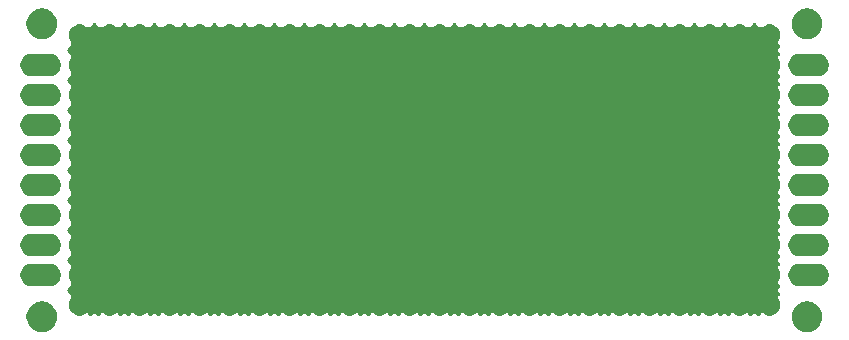
<source format=gbr>
G04 #@! TF.GenerationSoftware,KiCad,Pcbnew,9.0.1*
G04 #@! TF.CreationDate,2025-05-07T17:04:56-04:00*
G04 #@! TF.ProjectId,matrix-protoboard_10x24,6d617472-6978-42d7-9072-6f746f626f61,rev?*
G04 #@! TF.SameCoordinates,Original*
G04 #@! TF.FileFunction,Soldermask,Top*
G04 #@! TF.FilePolarity,Negative*
%FSLAX46Y46*%
G04 Gerber Fmt 4.6, Leading zero omitted, Abs format (unit mm)*
G04 Created by KiCad (PCBNEW 9.0.1) date 2025-05-07 17:04:56*
%MOMM*%
%LPD*%
G01*
G04 APERTURE LIST*
G04 APERTURE END LIST*
G36*
X108093479Y-128285919D02*
G01*
X108287488Y-128348957D01*
X108469248Y-128441568D01*
X108634282Y-128561472D01*
X108778528Y-128705718D01*
X108898432Y-128870752D01*
X108991043Y-129052512D01*
X109054081Y-129246521D01*
X109085993Y-129448003D01*
X109085993Y-129651997D01*
X109054081Y-129853479D01*
X108991043Y-130047488D01*
X108898432Y-130229248D01*
X108778528Y-130394282D01*
X108634282Y-130538528D01*
X108469248Y-130658432D01*
X108287488Y-130751043D01*
X108093479Y-130814081D01*
X107891997Y-130845993D01*
X107688003Y-130845993D01*
X107486521Y-130814081D01*
X107292512Y-130751043D01*
X107110752Y-130658432D01*
X106945718Y-130538528D01*
X106801472Y-130394282D01*
X106681568Y-130229248D01*
X106588957Y-130047488D01*
X106525919Y-129853479D01*
X106494007Y-129651997D01*
X106494007Y-129448003D01*
X106525919Y-129246521D01*
X106588957Y-129052512D01*
X106681568Y-128870752D01*
X106801472Y-128705718D01*
X106945718Y-128561472D01*
X107110752Y-128441568D01*
X107292512Y-128348957D01*
X107486521Y-128285919D01*
X107688003Y-128254007D01*
X107891997Y-128254007D01*
X108093479Y-128285919D01*
G37*
G36*
X172893479Y-128285919D02*
G01*
X173087488Y-128348957D01*
X173269248Y-128441568D01*
X173434282Y-128561472D01*
X173578528Y-128705718D01*
X173698432Y-128870752D01*
X173791043Y-129052512D01*
X173854081Y-129246521D01*
X173885993Y-129448003D01*
X173885993Y-129651997D01*
X173854081Y-129853479D01*
X173791043Y-130047488D01*
X173698432Y-130229248D01*
X173578528Y-130394282D01*
X173434282Y-130538528D01*
X173269248Y-130658432D01*
X173087488Y-130751043D01*
X172893479Y-130814081D01*
X172691997Y-130845993D01*
X172488003Y-130845993D01*
X172286521Y-130814081D01*
X172092512Y-130751043D01*
X171910752Y-130658432D01*
X171745718Y-130538528D01*
X171601472Y-130394282D01*
X171481568Y-130229248D01*
X171388957Y-130047488D01*
X171325919Y-129853479D01*
X171294007Y-129651997D01*
X171294007Y-129448003D01*
X171325919Y-129246521D01*
X171388957Y-129052512D01*
X171481568Y-128870752D01*
X171601472Y-128705718D01*
X171745718Y-128561472D01*
X171910752Y-128441568D01*
X172092512Y-128348957D01*
X172286521Y-128285919D01*
X172488003Y-128254007D01*
X172691997Y-128254007D01*
X172893479Y-128285919D01*
G37*
G36*
X112299082Y-104688846D02*
G01*
X112371176Y-104718714D01*
X112401492Y-104743598D01*
X112652621Y-104994800D01*
X112689369Y-105010028D01*
X112803599Y-105010048D01*
X112803613Y-105010049D01*
X112809956Y-105010051D01*
X112821333Y-105012315D01*
X112857081Y-105016887D01*
X112866487Y-105021304D01*
X112886472Y-105025282D01*
X112894766Y-105030825D01*
X112940285Y-105027404D01*
X112957305Y-105016031D01*
X112959046Y-105014291D01*
X113105743Y-104916271D01*
X113268744Y-104848754D01*
X113441785Y-104814334D01*
X113618215Y-104814334D01*
X113791256Y-104848754D01*
X113954257Y-104916271D01*
X114100954Y-105014291D01*
X114102695Y-105016032D01*
X114119713Y-105027403D01*
X114165230Y-105030825D01*
X114173527Y-105025281D01*
X114193508Y-105021303D01*
X114202913Y-105016888D01*
X114238642Y-105012320D01*
X114250045Y-105010051D01*
X114269275Y-105010047D01*
X114370629Y-105010029D01*
X114407378Y-104994800D01*
X114654827Y-104747281D01*
X114654827Y-104747280D01*
X114658507Y-104743600D01*
X114688824Y-104718714D01*
X114760917Y-104688846D01*
X114799951Y-104685000D01*
X114800050Y-104685000D01*
X114839082Y-104688846D01*
X114911176Y-104718714D01*
X114941492Y-104743598D01*
X115192621Y-104994800D01*
X115229369Y-105010028D01*
X115343599Y-105010048D01*
X115343613Y-105010049D01*
X115349956Y-105010051D01*
X115361333Y-105012315D01*
X115397081Y-105016887D01*
X115406487Y-105021304D01*
X115426472Y-105025282D01*
X115434766Y-105030825D01*
X115480285Y-105027404D01*
X115497305Y-105016031D01*
X115499046Y-105014291D01*
X115645743Y-104916271D01*
X115808744Y-104848754D01*
X115981785Y-104814334D01*
X116158215Y-104814334D01*
X116331256Y-104848754D01*
X116494257Y-104916271D01*
X116640954Y-105014291D01*
X116642695Y-105016032D01*
X116659713Y-105027403D01*
X116705230Y-105030825D01*
X116713527Y-105025281D01*
X116733508Y-105021303D01*
X116742913Y-105016888D01*
X116778642Y-105012320D01*
X116790045Y-105010051D01*
X116809275Y-105010047D01*
X116910629Y-105010029D01*
X116947378Y-104994800D01*
X117194827Y-104747281D01*
X117194827Y-104747280D01*
X117198507Y-104743600D01*
X117228824Y-104718714D01*
X117300917Y-104688846D01*
X117339951Y-104685000D01*
X117340050Y-104685000D01*
X117379082Y-104688846D01*
X117451176Y-104718714D01*
X117481492Y-104743598D01*
X117732621Y-104994800D01*
X117769369Y-105010028D01*
X117883599Y-105010048D01*
X117883613Y-105010049D01*
X117889956Y-105010051D01*
X117901333Y-105012315D01*
X117937081Y-105016887D01*
X117946487Y-105021304D01*
X117966472Y-105025282D01*
X117974766Y-105030825D01*
X118020285Y-105027404D01*
X118037305Y-105016031D01*
X118039046Y-105014291D01*
X118185743Y-104916271D01*
X118348744Y-104848754D01*
X118521785Y-104814334D01*
X118698215Y-104814334D01*
X118871256Y-104848754D01*
X119034257Y-104916271D01*
X119180954Y-105014291D01*
X119182695Y-105016032D01*
X119199713Y-105027403D01*
X119245230Y-105030825D01*
X119253527Y-105025281D01*
X119273508Y-105021303D01*
X119282913Y-105016888D01*
X119318642Y-105012320D01*
X119330045Y-105010051D01*
X119349275Y-105010047D01*
X119450629Y-105010029D01*
X119487378Y-104994800D01*
X119734827Y-104747281D01*
X119734827Y-104747280D01*
X119738507Y-104743600D01*
X119768824Y-104718714D01*
X119840917Y-104688846D01*
X119879951Y-104685000D01*
X119880050Y-104685000D01*
X119919082Y-104688846D01*
X119991176Y-104718714D01*
X120021492Y-104743598D01*
X120272621Y-104994800D01*
X120309369Y-105010028D01*
X120423599Y-105010048D01*
X120423613Y-105010049D01*
X120429956Y-105010051D01*
X120441333Y-105012315D01*
X120477081Y-105016887D01*
X120486487Y-105021304D01*
X120506472Y-105025282D01*
X120514766Y-105030825D01*
X120560285Y-105027404D01*
X120577305Y-105016031D01*
X120579046Y-105014291D01*
X120725743Y-104916271D01*
X120888744Y-104848754D01*
X121061785Y-104814334D01*
X121238215Y-104814334D01*
X121411256Y-104848754D01*
X121574257Y-104916271D01*
X121720954Y-105014291D01*
X121722695Y-105016032D01*
X121739713Y-105027403D01*
X121785230Y-105030825D01*
X121793527Y-105025281D01*
X121813508Y-105021303D01*
X121822913Y-105016888D01*
X121858642Y-105012320D01*
X121870045Y-105010051D01*
X121889275Y-105010047D01*
X121990629Y-105010029D01*
X122027378Y-104994800D01*
X122274827Y-104747281D01*
X122274827Y-104747280D01*
X122278507Y-104743600D01*
X122308824Y-104718714D01*
X122380917Y-104688846D01*
X122419951Y-104685000D01*
X122420050Y-104685000D01*
X122459082Y-104688846D01*
X122531176Y-104718714D01*
X122561492Y-104743598D01*
X122812621Y-104994800D01*
X122849369Y-105010028D01*
X122963599Y-105010048D01*
X122963613Y-105010049D01*
X122969956Y-105010051D01*
X122981333Y-105012315D01*
X123017081Y-105016887D01*
X123026487Y-105021304D01*
X123046472Y-105025282D01*
X123054766Y-105030825D01*
X123100285Y-105027404D01*
X123117305Y-105016031D01*
X123119046Y-105014291D01*
X123265743Y-104916271D01*
X123428744Y-104848754D01*
X123601785Y-104814334D01*
X123778215Y-104814334D01*
X123951256Y-104848754D01*
X124114257Y-104916271D01*
X124260954Y-105014291D01*
X124262695Y-105016032D01*
X124279713Y-105027403D01*
X124325230Y-105030825D01*
X124333527Y-105025281D01*
X124353508Y-105021303D01*
X124362913Y-105016888D01*
X124398642Y-105012320D01*
X124410045Y-105010051D01*
X124429275Y-105010047D01*
X124530629Y-105010029D01*
X124567378Y-104994800D01*
X124814827Y-104747281D01*
X124814827Y-104747280D01*
X124818507Y-104743600D01*
X124848824Y-104718714D01*
X124920917Y-104688846D01*
X124959951Y-104685000D01*
X124960050Y-104685000D01*
X124999082Y-104688846D01*
X125071176Y-104718714D01*
X125101492Y-104743598D01*
X125352621Y-104994800D01*
X125389369Y-105010028D01*
X125503599Y-105010048D01*
X125503613Y-105010049D01*
X125509956Y-105010051D01*
X125521333Y-105012315D01*
X125557081Y-105016887D01*
X125566487Y-105021304D01*
X125586472Y-105025282D01*
X125594766Y-105030825D01*
X125640285Y-105027404D01*
X125657305Y-105016031D01*
X125659046Y-105014291D01*
X125805743Y-104916271D01*
X125968744Y-104848754D01*
X126141785Y-104814334D01*
X126318215Y-104814334D01*
X126491256Y-104848754D01*
X126654257Y-104916271D01*
X126800954Y-105014291D01*
X126802695Y-105016032D01*
X126819713Y-105027403D01*
X126865230Y-105030825D01*
X126873527Y-105025281D01*
X126893508Y-105021303D01*
X126902913Y-105016888D01*
X126938642Y-105012320D01*
X126950045Y-105010051D01*
X126969275Y-105010047D01*
X127070629Y-105010029D01*
X127107378Y-104994800D01*
X127354827Y-104747281D01*
X127354827Y-104747280D01*
X127358507Y-104743600D01*
X127388824Y-104718714D01*
X127460917Y-104688846D01*
X127499951Y-104685000D01*
X127500050Y-104685000D01*
X127539082Y-104688846D01*
X127611176Y-104718714D01*
X127641492Y-104743598D01*
X127892621Y-104994800D01*
X127929369Y-105010028D01*
X128043599Y-105010048D01*
X128043613Y-105010049D01*
X128049956Y-105010051D01*
X128061333Y-105012315D01*
X128097081Y-105016887D01*
X128106487Y-105021304D01*
X128126472Y-105025282D01*
X128134766Y-105030825D01*
X128180285Y-105027404D01*
X128197305Y-105016031D01*
X128199046Y-105014291D01*
X128345743Y-104916271D01*
X128508744Y-104848754D01*
X128681785Y-104814334D01*
X128858215Y-104814334D01*
X129031256Y-104848754D01*
X129194257Y-104916271D01*
X129340954Y-105014291D01*
X129342695Y-105016032D01*
X129359713Y-105027403D01*
X129405230Y-105030825D01*
X129413527Y-105025281D01*
X129433508Y-105021303D01*
X129442913Y-105016888D01*
X129478642Y-105012320D01*
X129490045Y-105010051D01*
X129509275Y-105010047D01*
X129610629Y-105010029D01*
X129647378Y-104994800D01*
X129894827Y-104747281D01*
X129894827Y-104747280D01*
X129898507Y-104743600D01*
X129928824Y-104718714D01*
X130000917Y-104688846D01*
X130039951Y-104685000D01*
X130040050Y-104685000D01*
X130079082Y-104688846D01*
X130151176Y-104718714D01*
X130181492Y-104743598D01*
X130432621Y-104994800D01*
X130469369Y-105010028D01*
X130583599Y-105010048D01*
X130583613Y-105010049D01*
X130589956Y-105010051D01*
X130601333Y-105012315D01*
X130637081Y-105016887D01*
X130646487Y-105021304D01*
X130666472Y-105025282D01*
X130674766Y-105030825D01*
X130720285Y-105027404D01*
X130737305Y-105016031D01*
X130739046Y-105014291D01*
X130885743Y-104916271D01*
X131048744Y-104848754D01*
X131221785Y-104814334D01*
X131398215Y-104814334D01*
X131571256Y-104848754D01*
X131734257Y-104916271D01*
X131880954Y-105014291D01*
X131882695Y-105016032D01*
X131899713Y-105027403D01*
X131945230Y-105030825D01*
X131953527Y-105025281D01*
X131973508Y-105021303D01*
X131982913Y-105016888D01*
X132018642Y-105012320D01*
X132030045Y-105010051D01*
X132049275Y-105010047D01*
X132150629Y-105010029D01*
X132187378Y-104994800D01*
X132434827Y-104747281D01*
X132434827Y-104747280D01*
X132438507Y-104743600D01*
X132468824Y-104718714D01*
X132540917Y-104688846D01*
X132579951Y-104685000D01*
X132580050Y-104685000D01*
X132619082Y-104688846D01*
X132691176Y-104718714D01*
X132721492Y-104743598D01*
X132972621Y-104994800D01*
X133009369Y-105010028D01*
X133123599Y-105010048D01*
X133123613Y-105010049D01*
X133129956Y-105010051D01*
X133141333Y-105012315D01*
X133177081Y-105016887D01*
X133186487Y-105021304D01*
X133206472Y-105025282D01*
X133214766Y-105030825D01*
X133260285Y-105027404D01*
X133277305Y-105016031D01*
X133279046Y-105014291D01*
X133425743Y-104916271D01*
X133588744Y-104848754D01*
X133761785Y-104814334D01*
X133938215Y-104814334D01*
X134111256Y-104848754D01*
X134274257Y-104916271D01*
X134420954Y-105014291D01*
X134422695Y-105016032D01*
X134439713Y-105027403D01*
X134485230Y-105030825D01*
X134493527Y-105025281D01*
X134513508Y-105021303D01*
X134522913Y-105016888D01*
X134558642Y-105012320D01*
X134570045Y-105010051D01*
X134589275Y-105010047D01*
X134690629Y-105010029D01*
X134727378Y-104994800D01*
X134974827Y-104747281D01*
X134974827Y-104747280D01*
X134978507Y-104743600D01*
X135008824Y-104718714D01*
X135080917Y-104688846D01*
X135119951Y-104685000D01*
X135120050Y-104685000D01*
X135159082Y-104688846D01*
X135231176Y-104718714D01*
X135261492Y-104743598D01*
X135512621Y-104994800D01*
X135549369Y-105010028D01*
X135663599Y-105010048D01*
X135663613Y-105010049D01*
X135669956Y-105010051D01*
X135681333Y-105012315D01*
X135717081Y-105016887D01*
X135726487Y-105021304D01*
X135746472Y-105025282D01*
X135754766Y-105030825D01*
X135800285Y-105027404D01*
X135817305Y-105016031D01*
X135819046Y-105014291D01*
X135965743Y-104916271D01*
X136128744Y-104848754D01*
X136301785Y-104814334D01*
X136478215Y-104814334D01*
X136651256Y-104848754D01*
X136814257Y-104916271D01*
X136960954Y-105014291D01*
X136962695Y-105016032D01*
X136979713Y-105027403D01*
X137025230Y-105030825D01*
X137033527Y-105025281D01*
X137053508Y-105021303D01*
X137062913Y-105016888D01*
X137098642Y-105012320D01*
X137110045Y-105010051D01*
X137129275Y-105010047D01*
X137230629Y-105010029D01*
X137267378Y-104994800D01*
X137514827Y-104747281D01*
X137514827Y-104747280D01*
X137518507Y-104743600D01*
X137548824Y-104718714D01*
X137620917Y-104688846D01*
X137659951Y-104685000D01*
X137660050Y-104685000D01*
X137699082Y-104688846D01*
X137771176Y-104718714D01*
X137801492Y-104743598D01*
X138052621Y-104994800D01*
X138089369Y-105010028D01*
X138203599Y-105010048D01*
X138203613Y-105010049D01*
X138209956Y-105010051D01*
X138221333Y-105012315D01*
X138257081Y-105016887D01*
X138266487Y-105021304D01*
X138286472Y-105025282D01*
X138294766Y-105030825D01*
X138340285Y-105027404D01*
X138357305Y-105016031D01*
X138359046Y-105014291D01*
X138505743Y-104916271D01*
X138668744Y-104848754D01*
X138841785Y-104814334D01*
X139018215Y-104814334D01*
X139191256Y-104848754D01*
X139354257Y-104916271D01*
X139500954Y-105014291D01*
X139502695Y-105016032D01*
X139519713Y-105027403D01*
X139565230Y-105030825D01*
X139573527Y-105025281D01*
X139593508Y-105021303D01*
X139602913Y-105016888D01*
X139638642Y-105012320D01*
X139650045Y-105010051D01*
X139669275Y-105010047D01*
X139770629Y-105010029D01*
X139807378Y-104994800D01*
X140054827Y-104747281D01*
X140054827Y-104747280D01*
X140058507Y-104743600D01*
X140088824Y-104718714D01*
X140160917Y-104688846D01*
X140199951Y-104685000D01*
X140200050Y-104685000D01*
X140239082Y-104688846D01*
X140311176Y-104718714D01*
X140341492Y-104743598D01*
X140592621Y-104994800D01*
X140629369Y-105010028D01*
X140743599Y-105010048D01*
X140743613Y-105010049D01*
X140749956Y-105010051D01*
X140761333Y-105012315D01*
X140797081Y-105016887D01*
X140806487Y-105021304D01*
X140826472Y-105025282D01*
X140834766Y-105030825D01*
X140880285Y-105027404D01*
X140897305Y-105016031D01*
X140899046Y-105014291D01*
X141045743Y-104916271D01*
X141208744Y-104848754D01*
X141381785Y-104814334D01*
X141558215Y-104814334D01*
X141731256Y-104848754D01*
X141894257Y-104916271D01*
X142040954Y-105014291D01*
X142042695Y-105016032D01*
X142059713Y-105027403D01*
X142105230Y-105030825D01*
X142113527Y-105025281D01*
X142133508Y-105021303D01*
X142142913Y-105016888D01*
X142178642Y-105012320D01*
X142190045Y-105010051D01*
X142209275Y-105010047D01*
X142310629Y-105010029D01*
X142347378Y-104994800D01*
X142594827Y-104747281D01*
X142594827Y-104747280D01*
X142598507Y-104743600D01*
X142628824Y-104718714D01*
X142700917Y-104688846D01*
X142739951Y-104685000D01*
X142740050Y-104685000D01*
X142779082Y-104688846D01*
X142851176Y-104718714D01*
X142881492Y-104743598D01*
X143132621Y-104994800D01*
X143169369Y-105010028D01*
X143283599Y-105010048D01*
X143283613Y-105010049D01*
X143289956Y-105010051D01*
X143301333Y-105012315D01*
X143337081Y-105016887D01*
X143346487Y-105021304D01*
X143366472Y-105025282D01*
X143374766Y-105030825D01*
X143420285Y-105027404D01*
X143437305Y-105016031D01*
X143439046Y-105014291D01*
X143585743Y-104916271D01*
X143748744Y-104848754D01*
X143921785Y-104814334D01*
X144098215Y-104814334D01*
X144271256Y-104848754D01*
X144434257Y-104916271D01*
X144580954Y-105014291D01*
X144582695Y-105016032D01*
X144599713Y-105027403D01*
X144645230Y-105030825D01*
X144653527Y-105025281D01*
X144673508Y-105021303D01*
X144682913Y-105016888D01*
X144718642Y-105012320D01*
X144730045Y-105010051D01*
X144749275Y-105010047D01*
X144850629Y-105010029D01*
X144887378Y-104994800D01*
X145134827Y-104747281D01*
X145134827Y-104747280D01*
X145138507Y-104743600D01*
X145168824Y-104718714D01*
X145240917Y-104688846D01*
X145279951Y-104685000D01*
X145280050Y-104685000D01*
X145319082Y-104688846D01*
X145391176Y-104718714D01*
X145421492Y-104743598D01*
X145672621Y-104994800D01*
X145709369Y-105010028D01*
X145823599Y-105010048D01*
X145823613Y-105010049D01*
X145829956Y-105010051D01*
X145841333Y-105012315D01*
X145877081Y-105016887D01*
X145886487Y-105021304D01*
X145906472Y-105025282D01*
X145914766Y-105030825D01*
X145960285Y-105027404D01*
X145977305Y-105016031D01*
X145979046Y-105014291D01*
X146125743Y-104916271D01*
X146288744Y-104848754D01*
X146461785Y-104814334D01*
X146638215Y-104814334D01*
X146811256Y-104848754D01*
X146974257Y-104916271D01*
X147120954Y-105014291D01*
X147122695Y-105016032D01*
X147139713Y-105027403D01*
X147185230Y-105030825D01*
X147193527Y-105025281D01*
X147213508Y-105021303D01*
X147222913Y-105016888D01*
X147258642Y-105012320D01*
X147270045Y-105010051D01*
X147289275Y-105010047D01*
X147390629Y-105010029D01*
X147427378Y-104994800D01*
X147674827Y-104747281D01*
X147674827Y-104747280D01*
X147678507Y-104743600D01*
X147708824Y-104718714D01*
X147780917Y-104688846D01*
X147819951Y-104685000D01*
X147820050Y-104685000D01*
X147859082Y-104688846D01*
X147931176Y-104718714D01*
X147961492Y-104743598D01*
X148212621Y-104994800D01*
X148249369Y-105010028D01*
X148363599Y-105010048D01*
X148363613Y-105010049D01*
X148369956Y-105010051D01*
X148381333Y-105012315D01*
X148417081Y-105016887D01*
X148426487Y-105021304D01*
X148446472Y-105025282D01*
X148454766Y-105030825D01*
X148500285Y-105027404D01*
X148517305Y-105016031D01*
X148519046Y-105014291D01*
X148665743Y-104916271D01*
X148828744Y-104848754D01*
X149001785Y-104814334D01*
X149178215Y-104814334D01*
X149351256Y-104848754D01*
X149514257Y-104916271D01*
X149660954Y-105014291D01*
X149662695Y-105016032D01*
X149679713Y-105027403D01*
X149725230Y-105030825D01*
X149733527Y-105025281D01*
X149753508Y-105021303D01*
X149762913Y-105016888D01*
X149798642Y-105012320D01*
X149810045Y-105010051D01*
X149829275Y-105010047D01*
X149930629Y-105010029D01*
X149967378Y-104994800D01*
X150214827Y-104747281D01*
X150214827Y-104747280D01*
X150218507Y-104743600D01*
X150248824Y-104718714D01*
X150320917Y-104688846D01*
X150359951Y-104685000D01*
X150360050Y-104685000D01*
X150399082Y-104688846D01*
X150471176Y-104718714D01*
X150501492Y-104743598D01*
X150752621Y-104994800D01*
X150789369Y-105010028D01*
X150903599Y-105010048D01*
X150903613Y-105010049D01*
X150909956Y-105010051D01*
X150921333Y-105012315D01*
X150957081Y-105016887D01*
X150966487Y-105021304D01*
X150986472Y-105025282D01*
X150994766Y-105030825D01*
X151040285Y-105027404D01*
X151057305Y-105016031D01*
X151059046Y-105014291D01*
X151205743Y-104916271D01*
X151368744Y-104848754D01*
X151541785Y-104814334D01*
X151718215Y-104814334D01*
X151891256Y-104848754D01*
X152054257Y-104916271D01*
X152200954Y-105014291D01*
X152202695Y-105016032D01*
X152219713Y-105027403D01*
X152265230Y-105030825D01*
X152273527Y-105025281D01*
X152293508Y-105021303D01*
X152302913Y-105016888D01*
X152338642Y-105012320D01*
X152350045Y-105010051D01*
X152369275Y-105010047D01*
X152470629Y-105010029D01*
X152507378Y-104994800D01*
X152754827Y-104747281D01*
X152754827Y-104747280D01*
X152758507Y-104743600D01*
X152788824Y-104718714D01*
X152860917Y-104688846D01*
X152899951Y-104685000D01*
X152900050Y-104685000D01*
X152939082Y-104688846D01*
X153011176Y-104718714D01*
X153041492Y-104743598D01*
X153292621Y-104994800D01*
X153329369Y-105010028D01*
X153443599Y-105010048D01*
X153443613Y-105010049D01*
X153449956Y-105010051D01*
X153461333Y-105012315D01*
X153497081Y-105016887D01*
X153506487Y-105021304D01*
X153526472Y-105025282D01*
X153534766Y-105030825D01*
X153580285Y-105027404D01*
X153597305Y-105016031D01*
X153599046Y-105014291D01*
X153745743Y-104916271D01*
X153908744Y-104848754D01*
X154081785Y-104814334D01*
X154258215Y-104814334D01*
X154431256Y-104848754D01*
X154594257Y-104916271D01*
X154740954Y-105014291D01*
X154742695Y-105016032D01*
X154759713Y-105027403D01*
X154805230Y-105030825D01*
X154813527Y-105025281D01*
X154833508Y-105021303D01*
X154842913Y-105016888D01*
X154878642Y-105012320D01*
X154890045Y-105010051D01*
X154909275Y-105010047D01*
X155010629Y-105010029D01*
X155047378Y-104994800D01*
X155294827Y-104747281D01*
X155294827Y-104747280D01*
X155298507Y-104743600D01*
X155328824Y-104718714D01*
X155400917Y-104688846D01*
X155439951Y-104685000D01*
X155440050Y-104685000D01*
X155479082Y-104688846D01*
X155551176Y-104718714D01*
X155581492Y-104743598D01*
X155832621Y-104994800D01*
X155869369Y-105010028D01*
X155983599Y-105010048D01*
X155983613Y-105010049D01*
X155989956Y-105010051D01*
X156001333Y-105012315D01*
X156037081Y-105016887D01*
X156046487Y-105021304D01*
X156066472Y-105025282D01*
X156074766Y-105030825D01*
X156120285Y-105027404D01*
X156137305Y-105016031D01*
X156139046Y-105014291D01*
X156285743Y-104916271D01*
X156448744Y-104848754D01*
X156621785Y-104814334D01*
X156798215Y-104814334D01*
X156971256Y-104848754D01*
X157134257Y-104916271D01*
X157280954Y-105014291D01*
X157282695Y-105016032D01*
X157299713Y-105027403D01*
X157345230Y-105030825D01*
X157353527Y-105025281D01*
X157373508Y-105021303D01*
X157382913Y-105016888D01*
X157418642Y-105012320D01*
X157430045Y-105010051D01*
X157449275Y-105010047D01*
X157550629Y-105010029D01*
X157587378Y-104994800D01*
X157834827Y-104747281D01*
X157834827Y-104747280D01*
X157838507Y-104743600D01*
X157868824Y-104718714D01*
X157940917Y-104688846D01*
X157979951Y-104685000D01*
X157980050Y-104685000D01*
X158019082Y-104688846D01*
X158091176Y-104718714D01*
X158121492Y-104743598D01*
X158372621Y-104994800D01*
X158409369Y-105010028D01*
X158523599Y-105010048D01*
X158523613Y-105010049D01*
X158529956Y-105010051D01*
X158541333Y-105012315D01*
X158577081Y-105016887D01*
X158586487Y-105021304D01*
X158606472Y-105025282D01*
X158614766Y-105030825D01*
X158660285Y-105027404D01*
X158677305Y-105016031D01*
X158679046Y-105014291D01*
X158825743Y-104916271D01*
X158988744Y-104848754D01*
X159161785Y-104814334D01*
X159338215Y-104814334D01*
X159511256Y-104848754D01*
X159674257Y-104916271D01*
X159820954Y-105014291D01*
X159822695Y-105016032D01*
X159839713Y-105027403D01*
X159885230Y-105030825D01*
X159893527Y-105025281D01*
X159913508Y-105021303D01*
X159922913Y-105016888D01*
X159958642Y-105012320D01*
X159970045Y-105010051D01*
X159989275Y-105010047D01*
X160090629Y-105010029D01*
X160127378Y-104994800D01*
X160374827Y-104747281D01*
X160374827Y-104747280D01*
X160378507Y-104743600D01*
X160408824Y-104718714D01*
X160480917Y-104688846D01*
X160519951Y-104685000D01*
X160520050Y-104685000D01*
X160559082Y-104688846D01*
X160631176Y-104718714D01*
X160661492Y-104743598D01*
X160912621Y-104994800D01*
X160949369Y-105010028D01*
X161063599Y-105010048D01*
X161063613Y-105010049D01*
X161069956Y-105010051D01*
X161081333Y-105012315D01*
X161117081Y-105016887D01*
X161126487Y-105021304D01*
X161146472Y-105025282D01*
X161154766Y-105030825D01*
X161200285Y-105027404D01*
X161217305Y-105016031D01*
X161219046Y-105014291D01*
X161365743Y-104916271D01*
X161528744Y-104848754D01*
X161701785Y-104814334D01*
X161878215Y-104814334D01*
X162051256Y-104848754D01*
X162214257Y-104916271D01*
X162360954Y-105014291D01*
X162362695Y-105016032D01*
X162379713Y-105027403D01*
X162425230Y-105030825D01*
X162433527Y-105025281D01*
X162453508Y-105021303D01*
X162462913Y-105016888D01*
X162498642Y-105012320D01*
X162510045Y-105010051D01*
X162529275Y-105010047D01*
X162630629Y-105010029D01*
X162667378Y-104994800D01*
X162914827Y-104747281D01*
X162914827Y-104747280D01*
X162918507Y-104743600D01*
X162948824Y-104718714D01*
X163020917Y-104688846D01*
X163059951Y-104685000D01*
X163060050Y-104685000D01*
X163099082Y-104688846D01*
X163171176Y-104718714D01*
X163201492Y-104743598D01*
X163452621Y-104994800D01*
X163489369Y-105010028D01*
X163603599Y-105010048D01*
X163603613Y-105010049D01*
X163609956Y-105010051D01*
X163621333Y-105012315D01*
X163657081Y-105016887D01*
X163666487Y-105021304D01*
X163686472Y-105025282D01*
X163694766Y-105030825D01*
X163740285Y-105027404D01*
X163757305Y-105016031D01*
X163759046Y-105014291D01*
X163905743Y-104916271D01*
X164068744Y-104848754D01*
X164241785Y-104814334D01*
X164418215Y-104814334D01*
X164591256Y-104848754D01*
X164754257Y-104916271D01*
X164900954Y-105014291D01*
X164902695Y-105016032D01*
X164919713Y-105027403D01*
X164965230Y-105030825D01*
X164973527Y-105025281D01*
X164993508Y-105021303D01*
X165002913Y-105016888D01*
X165038642Y-105012320D01*
X165050045Y-105010051D01*
X165069275Y-105010047D01*
X165170629Y-105010029D01*
X165207378Y-104994800D01*
X165454827Y-104747281D01*
X165454827Y-104747280D01*
X165458507Y-104743600D01*
X165488824Y-104718714D01*
X165560917Y-104688846D01*
X165599951Y-104685000D01*
X165600050Y-104685000D01*
X165639082Y-104688846D01*
X165711176Y-104718714D01*
X165741492Y-104743598D01*
X165992621Y-104994800D01*
X166029369Y-105010028D01*
X166143599Y-105010048D01*
X166143613Y-105010049D01*
X166149956Y-105010051D01*
X166161333Y-105012315D01*
X166197081Y-105016887D01*
X166206487Y-105021304D01*
X166226472Y-105025282D01*
X166234766Y-105030825D01*
X166280285Y-105027404D01*
X166297305Y-105016031D01*
X166299046Y-105014291D01*
X166445743Y-104916271D01*
X166608744Y-104848754D01*
X166781785Y-104814334D01*
X166958215Y-104814334D01*
X167131256Y-104848754D01*
X167294257Y-104916271D01*
X167440954Y-105014291D01*
X167442695Y-105016032D01*
X167459713Y-105027403D01*
X167505230Y-105030825D01*
X167513527Y-105025281D01*
X167533508Y-105021303D01*
X167542913Y-105016888D01*
X167578642Y-105012320D01*
X167590045Y-105010051D01*
X167609275Y-105010047D01*
X167710629Y-105010029D01*
X167747378Y-104994800D01*
X167994827Y-104747281D01*
X167994827Y-104747280D01*
X167998507Y-104743600D01*
X168028824Y-104718714D01*
X168100917Y-104688846D01*
X168139951Y-104685000D01*
X168140050Y-104685000D01*
X168179082Y-104688846D01*
X168251176Y-104718714D01*
X168281492Y-104743598D01*
X168532621Y-104994800D01*
X168569369Y-105010028D01*
X168683599Y-105010048D01*
X168683613Y-105010049D01*
X168689956Y-105010051D01*
X168701333Y-105012315D01*
X168737081Y-105016887D01*
X168746487Y-105021304D01*
X168766472Y-105025282D01*
X168774766Y-105030825D01*
X168820285Y-105027404D01*
X168837305Y-105016031D01*
X168839046Y-105014291D01*
X168985743Y-104916271D01*
X169148744Y-104848754D01*
X169321785Y-104814334D01*
X169498215Y-104814334D01*
X169671256Y-104848754D01*
X169834257Y-104916271D01*
X169980954Y-105014291D01*
X170105709Y-105139046D01*
X170203729Y-105285743D01*
X170271246Y-105448744D01*
X170305666Y-105621785D01*
X170305666Y-105798215D01*
X170271246Y-105971256D01*
X170203729Y-106134257D01*
X170105709Y-106280954D01*
X170103964Y-106282698D01*
X170092595Y-106299714D01*
X170089173Y-106345229D01*
X170094719Y-106353527D01*
X170098697Y-106373518D01*
X170103109Y-106382912D01*
X170104823Y-106396329D01*
X170135035Y-106437815D01*
X170169039Y-106453781D01*
X170189034Y-106457762D01*
X170216242Y-106475946D01*
X170228291Y-106481604D01*
X170234607Y-106488220D01*
X170253914Y-106501124D01*
X170270204Y-106525510D01*
X170278602Y-106534307D01*
X170282713Y-106544235D01*
X170297261Y-106566013D01*
X170302367Y-106591698D01*
X170306479Y-106601627D01*
X170306758Y-106613784D01*
X170312478Y-106642551D01*
X170307944Y-106665329D01*
X170308155Y-106674473D01*
X170303633Y-106686990D01*
X170297246Y-106719087D01*
X170285917Y-106736039D01*
X170282393Y-106745798D01*
X170260379Y-106774256D01*
X170253900Y-106783953D01*
X170094272Y-106943580D01*
X170094272Y-107026420D01*
X170253899Y-107186048D01*
X170260360Y-107195716D01*
X170282393Y-107224199D01*
X170285920Y-107233964D01*
X170297246Y-107250913D01*
X170303633Y-107283010D01*
X170308155Y-107295528D01*
X170307944Y-107304670D01*
X170312478Y-107327449D01*
X170306759Y-107356210D01*
X170306480Y-107368373D01*
X170302366Y-107378305D01*
X170297261Y-107403987D01*
X170282715Y-107425761D01*
X170278603Y-107435692D01*
X170270204Y-107444489D01*
X170253914Y-107468876D01*
X170234604Y-107481781D01*
X170228290Y-107488396D01*
X170216244Y-107494052D01*
X170189034Y-107512238D01*
X170169037Y-107516218D01*
X170137965Y-107530809D01*
X170113223Y-107555549D01*
X170098696Y-107586484D01*
X170094718Y-107606472D01*
X170089174Y-107614766D01*
X170092595Y-107660285D01*
X170103966Y-107677303D01*
X170105709Y-107679046D01*
X170203729Y-107825743D01*
X170271246Y-107988744D01*
X170305666Y-108161785D01*
X170305666Y-108338215D01*
X170271246Y-108511256D01*
X170203729Y-108674257D01*
X170105709Y-108820954D01*
X170103964Y-108822698D01*
X170092595Y-108839714D01*
X170089173Y-108885229D01*
X170094719Y-108893527D01*
X170098697Y-108913518D01*
X170103109Y-108922912D01*
X170104823Y-108936329D01*
X170135035Y-108977815D01*
X170169039Y-108993781D01*
X170189034Y-108997762D01*
X170216242Y-109015946D01*
X170228291Y-109021604D01*
X170234607Y-109028220D01*
X170253914Y-109041124D01*
X170270204Y-109065510D01*
X170278602Y-109074307D01*
X170282713Y-109084235D01*
X170297261Y-109106013D01*
X170302367Y-109131698D01*
X170306479Y-109141627D01*
X170306758Y-109153784D01*
X170312478Y-109182551D01*
X170307944Y-109205329D01*
X170308155Y-109214473D01*
X170303633Y-109226990D01*
X170297246Y-109259087D01*
X170285917Y-109276039D01*
X170282393Y-109285798D01*
X170260379Y-109314256D01*
X170253900Y-109323953D01*
X170094272Y-109483580D01*
X170094272Y-109566420D01*
X170253899Y-109726048D01*
X170260360Y-109735716D01*
X170282393Y-109764199D01*
X170285920Y-109773964D01*
X170297246Y-109790913D01*
X170303633Y-109823010D01*
X170308155Y-109835528D01*
X170307944Y-109844670D01*
X170312478Y-109867449D01*
X170306759Y-109896210D01*
X170306480Y-109908373D01*
X170302366Y-109918305D01*
X170297261Y-109943987D01*
X170282715Y-109965761D01*
X170278603Y-109975692D01*
X170270204Y-109984489D01*
X170253914Y-110008876D01*
X170234604Y-110021781D01*
X170228290Y-110028396D01*
X170216244Y-110034052D01*
X170189034Y-110052238D01*
X170169037Y-110056218D01*
X170137965Y-110070809D01*
X170113223Y-110095549D01*
X170098696Y-110126484D01*
X170094718Y-110146472D01*
X170089174Y-110154766D01*
X170092595Y-110200285D01*
X170103966Y-110217303D01*
X170105709Y-110219046D01*
X170203729Y-110365743D01*
X170271246Y-110528744D01*
X170305666Y-110701785D01*
X170305666Y-110878215D01*
X170271246Y-111051256D01*
X170203729Y-111214257D01*
X170105709Y-111360954D01*
X170103964Y-111362698D01*
X170092595Y-111379714D01*
X170089173Y-111425229D01*
X170094719Y-111433527D01*
X170098697Y-111453518D01*
X170103109Y-111462912D01*
X170104823Y-111476329D01*
X170135035Y-111517815D01*
X170169039Y-111533781D01*
X170189034Y-111537762D01*
X170216242Y-111555946D01*
X170228291Y-111561604D01*
X170234607Y-111568220D01*
X170253914Y-111581124D01*
X170270204Y-111605510D01*
X170278602Y-111614307D01*
X170282713Y-111624235D01*
X170297261Y-111646013D01*
X170302367Y-111671698D01*
X170306479Y-111681627D01*
X170306758Y-111693784D01*
X170312478Y-111722551D01*
X170307944Y-111745329D01*
X170308155Y-111754473D01*
X170303633Y-111766990D01*
X170297246Y-111799087D01*
X170285917Y-111816039D01*
X170282393Y-111825798D01*
X170260379Y-111854256D01*
X170253900Y-111863953D01*
X170094272Y-112023580D01*
X170094272Y-112106420D01*
X170253899Y-112266048D01*
X170260360Y-112275716D01*
X170282393Y-112304199D01*
X170285920Y-112313964D01*
X170297246Y-112330913D01*
X170303633Y-112363010D01*
X170308155Y-112375528D01*
X170307944Y-112384670D01*
X170312478Y-112407449D01*
X170306759Y-112436210D01*
X170306480Y-112448373D01*
X170302366Y-112458305D01*
X170297261Y-112483987D01*
X170282715Y-112505761D01*
X170278603Y-112515692D01*
X170270204Y-112524489D01*
X170253914Y-112548876D01*
X170234604Y-112561781D01*
X170228290Y-112568396D01*
X170216244Y-112574052D01*
X170189034Y-112592238D01*
X170169037Y-112596218D01*
X170137965Y-112610809D01*
X170113223Y-112635549D01*
X170098696Y-112666484D01*
X170094718Y-112686472D01*
X170089174Y-112694766D01*
X170092595Y-112740285D01*
X170103966Y-112757303D01*
X170105709Y-112759046D01*
X170203729Y-112905743D01*
X170271246Y-113068744D01*
X170305666Y-113241785D01*
X170305666Y-113418215D01*
X170271246Y-113591256D01*
X170203729Y-113754257D01*
X170105709Y-113900954D01*
X170103964Y-113902698D01*
X170092595Y-113919714D01*
X170089173Y-113965229D01*
X170094719Y-113973527D01*
X170098697Y-113993518D01*
X170103109Y-114002912D01*
X170104823Y-114016329D01*
X170135035Y-114057815D01*
X170169039Y-114073781D01*
X170189034Y-114077762D01*
X170216242Y-114095946D01*
X170228291Y-114101604D01*
X170234607Y-114108220D01*
X170253914Y-114121124D01*
X170270204Y-114145510D01*
X170278602Y-114154307D01*
X170282713Y-114164235D01*
X170297261Y-114186013D01*
X170302367Y-114211698D01*
X170306479Y-114221627D01*
X170306758Y-114233784D01*
X170312478Y-114262551D01*
X170307944Y-114285329D01*
X170308155Y-114294473D01*
X170303633Y-114306990D01*
X170297246Y-114339087D01*
X170285917Y-114356039D01*
X170282393Y-114365798D01*
X170260379Y-114394256D01*
X170253900Y-114403953D01*
X170094272Y-114563580D01*
X170094272Y-114646420D01*
X170253899Y-114806048D01*
X170260360Y-114815716D01*
X170282393Y-114844199D01*
X170285920Y-114853964D01*
X170297246Y-114870913D01*
X170303633Y-114903010D01*
X170308155Y-114915528D01*
X170307944Y-114924670D01*
X170312478Y-114947449D01*
X170306759Y-114976210D01*
X170306480Y-114988373D01*
X170302366Y-114998305D01*
X170297261Y-115023987D01*
X170282715Y-115045761D01*
X170278603Y-115055692D01*
X170270204Y-115064489D01*
X170253914Y-115088876D01*
X170234604Y-115101781D01*
X170228290Y-115108396D01*
X170216244Y-115114052D01*
X170189034Y-115132238D01*
X170169037Y-115136218D01*
X170137965Y-115150809D01*
X170113223Y-115175549D01*
X170098696Y-115206484D01*
X170094718Y-115226472D01*
X170089174Y-115234766D01*
X170092595Y-115280285D01*
X170103966Y-115297303D01*
X170105709Y-115299046D01*
X170203729Y-115445743D01*
X170271246Y-115608744D01*
X170305666Y-115781785D01*
X170305666Y-115958215D01*
X170271246Y-116131256D01*
X170203729Y-116294257D01*
X170105709Y-116440954D01*
X170103964Y-116442698D01*
X170092595Y-116459714D01*
X170089173Y-116505229D01*
X170094719Y-116513527D01*
X170098697Y-116533518D01*
X170103109Y-116542912D01*
X170104823Y-116556329D01*
X170135035Y-116597815D01*
X170169039Y-116613781D01*
X170189034Y-116617762D01*
X170216242Y-116635946D01*
X170228291Y-116641604D01*
X170234607Y-116648220D01*
X170253914Y-116661124D01*
X170270204Y-116685510D01*
X170278602Y-116694307D01*
X170282713Y-116704235D01*
X170297261Y-116726013D01*
X170302367Y-116751698D01*
X170306479Y-116761627D01*
X170306758Y-116773784D01*
X170312478Y-116802551D01*
X170307944Y-116825329D01*
X170308155Y-116834473D01*
X170303633Y-116846990D01*
X170297246Y-116879087D01*
X170285917Y-116896039D01*
X170282393Y-116905798D01*
X170260379Y-116934256D01*
X170253900Y-116943953D01*
X170094272Y-117103580D01*
X170094272Y-117186420D01*
X170253899Y-117346048D01*
X170260360Y-117355716D01*
X170282393Y-117384199D01*
X170285920Y-117393964D01*
X170297246Y-117410913D01*
X170303633Y-117443010D01*
X170308155Y-117455528D01*
X170307944Y-117464670D01*
X170312478Y-117487449D01*
X170306759Y-117516210D01*
X170306480Y-117528373D01*
X170302366Y-117538305D01*
X170297261Y-117563987D01*
X170282715Y-117585761D01*
X170278603Y-117595692D01*
X170270204Y-117604489D01*
X170253914Y-117628876D01*
X170234604Y-117641781D01*
X170228290Y-117648396D01*
X170216244Y-117654052D01*
X170189034Y-117672238D01*
X170169037Y-117676218D01*
X170137965Y-117690809D01*
X170113223Y-117715549D01*
X170098696Y-117746484D01*
X170094718Y-117766472D01*
X170089174Y-117774766D01*
X170092595Y-117820285D01*
X170103966Y-117837303D01*
X170105709Y-117839046D01*
X170203729Y-117985743D01*
X170271246Y-118148744D01*
X170305666Y-118321785D01*
X170305666Y-118498215D01*
X170271246Y-118671256D01*
X170203729Y-118834257D01*
X170105709Y-118980954D01*
X170103964Y-118982698D01*
X170092595Y-118999714D01*
X170089173Y-119045229D01*
X170094719Y-119053527D01*
X170098697Y-119073518D01*
X170103109Y-119082912D01*
X170104823Y-119096329D01*
X170135035Y-119137815D01*
X170169039Y-119153781D01*
X170189034Y-119157762D01*
X170216242Y-119175946D01*
X170228291Y-119181604D01*
X170234607Y-119188220D01*
X170253914Y-119201124D01*
X170270204Y-119225510D01*
X170278602Y-119234307D01*
X170282713Y-119244235D01*
X170297261Y-119266013D01*
X170302367Y-119291698D01*
X170306479Y-119301627D01*
X170306758Y-119313784D01*
X170312478Y-119342551D01*
X170307944Y-119365329D01*
X170308155Y-119374473D01*
X170303633Y-119386990D01*
X170297246Y-119419087D01*
X170285917Y-119436039D01*
X170282393Y-119445798D01*
X170260379Y-119474256D01*
X170253900Y-119483953D01*
X170094272Y-119643580D01*
X170094272Y-119726420D01*
X170253899Y-119886048D01*
X170260360Y-119895716D01*
X170282393Y-119924199D01*
X170285920Y-119933964D01*
X170297246Y-119950913D01*
X170303633Y-119983010D01*
X170308155Y-119995528D01*
X170307944Y-120004670D01*
X170312478Y-120027449D01*
X170306759Y-120056210D01*
X170306480Y-120068373D01*
X170302366Y-120078305D01*
X170297261Y-120103987D01*
X170282715Y-120125761D01*
X170278603Y-120135692D01*
X170270204Y-120144489D01*
X170253914Y-120168876D01*
X170234604Y-120181781D01*
X170228290Y-120188396D01*
X170216244Y-120194052D01*
X170189034Y-120212238D01*
X170169037Y-120216218D01*
X170137965Y-120230809D01*
X170113223Y-120255549D01*
X170098696Y-120286484D01*
X170094718Y-120306472D01*
X170089174Y-120314766D01*
X170092595Y-120360285D01*
X170103966Y-120377303D01*
X170105709Y-120379046D01*
X170203729Y-120525743D01*
X170271246Y-120688744D01*
X170305666Y-120861785D01*
X170305666Y-121038215D01*
X170271246Y-121211256D01*
X170203729Y-121374257D01*
X170105709Y-121520954D01*
X170103964Y-121522698D01*
X170092595Y-121539714D01*
X170089173Y-121585229D01*
X170094719Y-121593527D01*
X170098697Y-121613518D01*
X170103109Y-121622912D01*
X170104823Y-121636329D01*
X170135035Y-121677815D01*
X170169039Y-121693781D01*
X170189034Y-121697762D01*
X170216242Y-121715946D01*
X170228291Y-121721604D01*
X170234607Y-121728220D01*
X170253914Y-121741124D01*
X170270204Y-121765510D01*
X170278602Y-121774307D01*
X170282713Y-121784235D01*
X170297261Y-121806013D01*
X170302367Y-121831698D01*
X170306479Y-121841627D01*
X170306758Y-121853784D01*
X170312478Y-121882551D01*
X170307944Y-121905329D01*
X170308155Y-121914473D01*
X170303633Y-121926990D01*
X170297246Y-121959087D01*
X170285917Y-121976039D01*
X170282393Y-121985798D01*
X170260379Y-122014256D01*
X170253900Y-122023953D01*
X170094272Y-122183580D01*
X170094272Y-122266420D01*
X170253899Y-122426048D01*
X170260360Y-122435716D01*
X170282393Y-122464199D01*
X170285920Y-122473964D01*
X170297246Y-122490913D01*
X170303633Y-122523010D01*
X170308155Y-122535528D01*
X170307944Y-122544670D01*
X170312478Y-122567449D01*
X170306759Y-122596210D01*
X170306480Y-122608373D01*
X170302366Y-122618305D01*
X170297261Y-122643987D01*
X170282715Y-122665761D01*
X170278603Y-122675692D01*
X170270204Y-122684489D01*
X170253914Y-122708876D01*
X170234604Y-122721781D01*
X170228290Y-122728396D01*
X170216244Y-122734052D01*
X170189034Y-122752238D01*
X170169037Y-122756218D01*
X170137965Y-122770809D01*
X170113223Y-122795549D01*
X170098696Y-122826484D01*
X170094718Y-122846472D01*
X170089174Y-122854766D01*
X170092595Y-122900285D01*
X170103966Y-122917303D01*
X170105709Y-122919046D01*
X170203729Y-123065743D01*
X170271246Y-123228744D01*
X170305666Y-123401785D01*
X170305666Y-123578215D01*
X170271246Y-123751256D01*
X170203729Y-123914257D01*
X170105709Y-124060954D01*
X170103964Y-124062698D01*
X170092595Y-124079714D01*
X170089173Y-124125229D01*
X170094719Y-124133527D01*
X170098697Y-124153518D01*
X170103109Y-124162912D01*
X170104823Y-124176329D01*
X170135035Y-124217815D01*
X170169039Y-124233781D01*
X170189034Y-124237762D01*
X170216242Y-124255946D01*
X170228291Y-124261604D01*
X170234607Y-124268220D01*
X170253914Y-124281124D01*
X170270204Y-124305510D01*
X170278602Y-124314307D01*
X170282713Y-124324235D01*
X170297261Y-124346013D01*
X170302367Y-124371698D01*
X170306479Y-124381627D01*
X170306758Y-124393784D01*
X170312478Y-124422551D01*
X170307944Y-124445329D01*
X170308155Y-124454473D01*
X170303633Y-124466990D01*
X170297246Y-124499087D01*
X170285917Y-124516039D01*
X170282393Y-124525798D01*
X170260379Y-124554256D01*
X170253900Y-124563953D01*
X170094272Y-124723580D01*
X170094272Y-124806420D01*
X170253899Y-124966048D01*
X170260360Y-124975716D01*
X170282393Y-125004199D01*
X170285920Y-125013964D01*
X170297246Y-125030913D01*
X170303633Y-125063010D01*
X170308155Y-125075528D01*
X170307944Y-125084670D01*
X170312478Y-125107449D01*
X170306759Y-125136210D01*
X170306480Y-125148373D01*
X170302366Y-125158305D01*
X170297261Y-125183987D01*
X170282715Y-125205761D01*
X170278603Y-125215692D01*
X170270204Y-125224489D01*
X170253914Y-125248876D01*
X170234604Y-125261781D01*
X170228290Y-125268396D01*
X170216244Y-125274052D01*
X170189034Y-125292238D01*
X170169037Y-125296218D01*
X170137965Y-125310809D01*
X170113223Y-125335549D01*
X170098696Y-125366484D01*
X170094718Y-125386472D01*
X170089174Y-125394766D01*
X170092595Y-125440285D01*
X170103966Y-125457303D01*
X170105709Y-125459046D01*
X170203729Y-125605743D01*
X170271246Y-125768744D01*
X170305666Y-125941785D01*
X170305666Y-126118215D01*
X170271246Y-126291256D01*
X170203729Y-126454257D01*
X170105709Y-126600954D01*
X170103964Y-126602698D01*
X170092595Y-126619714D01*
X170089173Y-126665229D01*
X170094719Y-126673527D01*
X170098697Y-126693518D01*
X170103109Y-126702912D01*
X170104823Y-126716329D01*
X170135035Y-126757815D01*
X170169039Y-126773781D01*
X170189034Y-126777762D01*
X170216242Y-126795946D01*
X170228291Y-126801604D01*
X170234607Y-126808220D01*
X170253914Y-126821124D01*
X170270204Y-126845510D01*
X170278602Y-126854307D01*
X170282713Y-126864235D01*
X170297261Y-126886013D01*
X170302367Y-126911698D01*
X170306479Y-126921627D01*
X170306758Y-126933784D01*
X170312478Y-126962551D01*
X170307944Y-126985329D01*
X170308155Y-126994473D01*
X170303633Y-127006990D01*
X170297246Y-127039087D01*
X170285917Y-127056039D01*
X170282393Y-127065798D01*
X170260379Y-127094256D01*
X170253900Y-127103953D01*
X170094272Y-127263580D01*
X170094272Y-127346420D01*
X170253899Y-127506048D01*
X170260360Y-127515716D01*
X170282393Y-127544199D01*
X170285920Y-127553964D01*
X170297246Y-127570913D01*
X170303633Y-127603010D01*
X170308155Y-127615528D01*
X170307944Y-127624670D01*
X170312478Y-127647449D01*
X170306759Y-127676210D01*
X170306480Y-127688373D01*
X170302366Y-127698305D01*
X170297261Y-127723987D01*
X170282715Y-127745761D01*
X170278603Y-127755692D01*
X170270204Y-127764489D01*
X170253914Y-127788876D01*
X170234604Y-127801781D01*
X170228290Y-127808396D01*
X170216244Y-127814052D01*
X170189034Y-127832238D01*
X170169037Y-127836218D01*
X170137965Y-127850809D01*
X170113223Y-127875549D01*
X170098696Y-127906484D01*
X170094718Y-127926472D01*
X170089174Y-127934766D01*
X170092595Y-127980285D01*
X170103966Y-127997303D01*
X170105709Y-127999046D01*
X170203729Y-128145743D01*
X170271246Y-128308744D01*
X170305666Y-128481785D01*
X170305666Y-128658215D01*
X170271246Y-128831256D01*
X170203729Y-128994257D01*
X170105709Y-129140954D01*
X169980954Y-129265709D01*
X169834257Y-129363729D01*
X169671256Y-129431246D01*
X169498215Y-129465666D01*
X169321785Y-129465666D01*
X169148744Y-129431246D01*
X168985743Y-129363729D01*
X168839046Y-129265709D01*
X168837303Y-129263966D01*
X168820285Y-129252595D01*
X168774768Y-129249174D01*
X168766473Y-129254719D01*
X168746481Y-129258698D01*
X168737088Y-129263109D01*
X168723672Y-129264822D01*
X168682184Y-129295035D01*
X168666218Y-129329034D01*
X168662238Y-129349034D01*
X168644048Y-129376249D01*
X168638395Y-129388290D01*
X168631782Y-129394602D01*
X168618876Y-129413914D01*
X168594486Y-129430206D01*
X168585692Y-129438602D01*
X168575765Y-129442712D01*
X168553987Y-129457261D01*
X168528299Y-129462368D01*
X168518372Y-129466479D01*
X168506215Y-129466758D01*
X168477449Y-129472478D01*
X168454670Y-129467944D01*
X168445526Y-129468155D01*
X168433007Y-129463633D01*
X168400913Y-129457246D01*
X168383961Y-129445918D01*
X168374201Y-129442393D01*
X168345736Y-129420374D01*
X168336047Y-129413900D01*
X168176420Y-129254272D01*
X168093580Y-129254272D01*
X167933952Y-129413899D01*
X167924275Y-129420365D01*
X167895800Y-129442393D01*
X167886036Y-129445919D01*
X167869087Y-129457246D01*
X167836987Y-129463634D01*
X167824471Y-129468155D01*
X167815328Y-129467944D01*
X167792551Y-129472478D01*
X167763789Y-129466759D01*
X167751626Y-129466480D01*
X167741692Y-129462366D01*
X167716013Y-129457261D01*
X167694240Y-129442716D01*
X167684307Y-129438603D01*
X167675507Y-129430202D01*
X167651124Y-129413914D01*
X167638220Y-129394607D01*
X167631603Y-129388290D01*
X167625944Y-129376239D01*
X167607762Y-129349034D01*
X167603782Y-129329040D01*
X167589190Y-129297964D01*
X167564449Y-129273223D01*
X167533513Y-129258696D01*
X167513528Y-129254718D01*
X167505233Y-129249174D01*
X167459714Y-129252595D01*
X167442698Y-129263964D01*
X167440954Y-129265709D01*
X167294257Y-129363729D01*
X167131256Y-129431246D01*
X166958215Y-129465666D01*
X166781785Y-129465666D01*
X166608744Y-129431246D01*
X166445743Y-129363729D01*
X166299046Y-129265709D01*
X166297303Y-129263966D01*
X166280285Y-129252595D01*
X166234768Y-129249174D01*
X166226473Y-129254719D01*
X166206481Y-129258698D01*
X166197088Y-129263109D01*
X166183672Y-129264822D01*
X166142184Y-129295035D01*
X166126218Y-129329034D01*
X166122238Y-129349034D01*
X166104048Y-129376249D01*
X166098395Y-129388290D01*
X166091782Y-129394602D01*
X166078876Y-129413914D01*
X166054486Y-129430206D01*
X166045692Y-129438602D01*
X166035765Y-129442712D01*
X166013987Y-129457261D01*
X165988299Y-129462368D01*
X165978372Y-129466479D01*
X165966215Y-129466758D01*
X165937449Y-129472478D01*
X165914670Y-129467944D01*
X165905526Y-129468155D01*
X165893007Y-129463633D01*
X165860913Y-129457246D01*
X165843961Y-129445918D01*
X165834201Y-129442393D01*
X165805736Y-129420374D01*
X165796047Y-129413900D01*
X165636420Y-129254272D01*
X165553580Y-129254272D01*
X165393952Y-129413899D01*
X165384275Y-129420365D01*
X165355800Y-129442393D01*
X165346036Y-129445919D01*
X165329087Y-129457246D01*
X165296987Y-129463634D01*
X165284471Y-129468155D01*
X165275328Y-129467944D01*
X165252551Y-129472478D01*
X165223789Y-129466759D01*
X165211626Y-129466480D01*
X165201692Y-129462366D01*
X165176013Y-129457261D01*
X165154240Y-129442716D01*
X165144307Y-129438603D01*
X165135507Y-129430202D01*
X165111124Y-129413914D01*
X165098220Y-129394607D01*
X165091603Y-129388290D01*
X165085944Y-129376239D01*
X165067762Y-129349034D01*
X165063782Y-129329040D01*
X165049190Y-129297964D01*
X165024449Y-129273223D01*
X164993513Y-129258696D01*
X164973528Y-129254718D01*
X164965233Y-129249174D01*
X164919714Y-129252595D01*
X164902698Y-129263964D01*
X164900954Y-129265709D01*
X164754257Y-129363729D01*
X164591256Y-129431246D01*
X164418215Y-129465666D01*
X164241785Y-129465666D01*
X164068744Y-129431246D01*
X163905743Y-129363729D01*
X163759046Y-129265709D01*
X163757303Y-129263966D01*
X163740285Y-129252595D01*
X163694768Y-129249174D01*
X163686473Y-129254719D01*
X163666481Y-129258698D01*
X163657088Y-129263109D01*
X163643672Y-129264822D01*
X163602184Y-129295035D01*
X163586218Y-129329034D01*
X163582238Y-129349034D01*
X163564048Y-129376249D01*
X163558395Y-129388290D01*
X163551782Y-129394602D01*
X163538876Y-129413914D01*
X163514486Y-129430206D01*
X163505692Y-129438602D01*
X163495765Y-129442712D01*
X163473987Y-129457261D01*
X163448299Y-129462368D01*
X163438372Y-129466479D01*
X163426215Y-129466758D01*
X163397449Y-129472478D01*
X163374670Y-129467944D01*
X163365526Y-129468155D01*
X163353007Y-129463633D01*
X163320913Y-129457246D01*
X163303961Y-129445918D01*
X163294201Y-129442393D01*
X163265736Y-129420374D01*
X163256047Y-129413900D01*
X163096420Y-129254272D01*
X163013580Y-129254272D01*
X162853952Y-129413899D01*
X162844275Y-129420365D01*
X162815800Y-129442393D01*
X162806036Y-129445919D01*
X162789087Y-129457246D01*
X162756987Y-129463634D01*
X162744471Y-129468155D01*
X162735328Y-129467944D01*
X162712551Y-129472478D01*
X162683789Y-129466759D01*
X162671626Y-129466480D01*
X162661692Y-129462366D01*
X162636013Y-129457261D01*
X162614240Y-129442716D01*
X162604307Y-129438603D01*
X162595507Y-129430202D01*
X162571124Y-129413914D01*
X162558220Y-129394607D01*
X162551603Y-129388290D01*
X162545944Y-129376239D01*
X162527762Y-129349034D01*
X162523782Y-129329040D01*
X162509190Y-129297964D01*
X162484449Y-129273223D01*
X162453513Y-129258696D01*
X162433528Y-129254718D01*
X162425233Y-129249174D01*
X162379714Y-129252595D01*
X162362698Y-129263964D01*
X162360954Y-129265709D01*
X162214257Y-129363729D01*
X162051256Y-129431246D01*
X161878215Y-129465666D01*
X161701785Y-129465666D01*
X161528744Y-129431246D01*
X161365743Y-129363729D01*
X161219046Y-129265709D01*
X161217303Y-129263966D01*
X161200285Y-129252595D01*
X161154768Y-129249174D01*
X161146473Y-129254719D01*
X161126481Y-129258698D01*
X161117088Y-129263109D01*
X161103672Y-129264822D01*
X161062184Y-129295035D01*
X161046218Y-129329034D01*
X161042238Y-129349034D01*
X161024048Y-129376249D01*
X161018395Y-129388290D01*
X161011782Y-129394602D01*
X160998876Y-129413914D01*
X160974486Y-129430206D01*
X160965692Y-129438602D01*
X160955765Y-129442712D01*
X160933987Y-129457261D01*
X160908299Y-129462368D01*
X160898372Y-129466479D01*
X160886215Y-129466758D01*
X160857449Y-129472478D01*
X160834670Y-129467944D01*
X160825526Y-129468155D01*
X160813007Y-129463633D01*
X160780913Y-129457246D01*
X160763961Y-129445918D01*
X160754201Y-129442393D01*
X160725736Y-129420374D01*
X160716047Y-129413900D01*
X160556420Y-129254272D01*
X160473580Y-129254272D01*
X160313952Y-129413899D01*
X160304275Y-129420365D01*
X160275800Y-129442393D01*
X160266036Y-129445919D01*
X160249087Y-129457246D01*
X160216987Y-129463634D01*
X160204471Y-129468155D01*
X160195328Y-129467944D01*
X160172551Y-129472478D01*
X160143789Y-129466759D01*
X160131626Y-129466480D01*
X160121692Y-129462366D01*
X160096013Y-129457261D01*
X160074240Y-129442716D01*
X160064307Y-129438603D01*
X160055507Y-129430202D01*
X160031124Y-129413914D01*
X160018220Y-129394607D01*
X160011603Y-129388290D01*
X160005944Y-129376239D01*
X159987762Y-129349034D01*
X159983782Y-129329040D01*
X159969190Y-129297964D01*
X159944449Y-129273223D01*
X159913513Y-129258696D01*
X159893528Y-129254718D01*
X159885233Y-129249174D01*
X159839714Y-129252595D01*
X159822698Y-129263964D01*
X159820954Y-129265709D01*
X159674257Y-129363729D01*
X159511256Y-129431246D01*
X159338215Y-129465666D01*
X159161785Y-129465666D01*
X158988744Y-129431246D01*
X158825743Y-129363729D01*
X158679046Y-129265709D01*
X158677303Y-129263966D01*
X158660285Y-129252595D01*
X158614768Y-129249174D01*
X158606473Y-129254719D01*
X158586481Y-129258698D01*
X158577088Y-129263109D01*
X158563672Y-129264822D01*
X158522184Y-129295035D01*
X158506218Y-129329034D01*
X158502238Y-129349034D01*
X158484048Y-129376249D01*
X158478395Y-129388290D01*
X158471782Y-129394602D01*
X158458876Y-129413914D01*
X158434486Y-129430206D01*
X158425692Y-129438602D01*
X158415765Y-129442712D01*
X158393987Y-129457261D01*
X158368299Y-129462368D01*
X158358372Y-129466479D01*
X158346215Y-129466758D01*
X158317449Y-129472478D01*
X158294670Y-129467944D01*
X158285526Y-129468155D01*
X158273007Y-129463633D01*
X158240913Y-129457246D01*
X158223961Y-129445918D01*
X158214201Y-129442393D01*
X158185736Y-129420374D01*
X158176047Y-129413900D01*
X158016420Y-129254272D01*
X157933580Y-129254272D01*
X157773952Y-129413899D01*
X157764275Y-129420365D01*
X157735800Y-129442393D01*
X157726036Y-129445919D01*
X157709087Y-129457246D01*
X157676987Y-129463634D01*
X157664471Y-129468155D01*
X157655328Y-129467944D01*
X157632551Y-129472478D01*
X157603789Y-129466759D01*
X157591626Y-129466480D01*
X157581692Y-129462366D01*
X157556013Y-129457261D01*
X157534240Y-129442716D01*
X157524307Y-129438603D01*
X157515507Y-129430202D01*
X157491124Y-129413914D01*
X157478220Y-129394607D01*
X157471603Y-129388290D01*
X157465944Y-129376239D01*
X157447762Y-129349034D01*
X157443782Y-129329040D01*
X157429190Y-129297964D01*
X157404449Y-129273223D01*
X157373513Y-129258696D01*
X157353528Y-129254718D01*
X157345233Y-129249174D01*
X157299714Y-129252595D01*
X157282698Y-129263964D01*
X157280954Y-129265709D01*
X157134257Y-129363729D01*
X156971256Y-129431246D01*
X156798215Y-129465666D01*
X156621785Y-129465666D01*
X156448744Y-129431246D01*
X156285743Y-129363729D01*
X156139046Y-129265709D01*
X156137303Y-129263966D01*
X156120285Y-129252595D01*
X156074768Y-129249174D01*
X156066473Y-129254719D01*
X156046481Y-129258698D01*
X156037088Y-129263109D01*
X156023672Y-129264822D01*
X155982184Y-129295035D01*
X155966218Y-129329034D01*
X155962238Y-129349034D01*
X155944048Y-129376249D01*
X155938395Y-129388290D01*
X155931782Y-129394602D01*
X155918876Y-129413914D01*
X155894486Y-129430206D01*
X155885692Y-129438602D01*
X155875765Y-129442712D01*
X155853987Y-129457261D01*
X155828299Y-129462368D01*
X155818372Y-129466479D01*
X155806215Y-129466758D01*
X155777449Y-129472478D01*
X155754670Y-129467944D01*
X155745526Y-129468155D01*
X155733007Y-129463633D01*
X155700913Y-129457246D01*
X155683961Y-129445918D01*
X155674201Y-129442393D01*
X155645736Y-129420374D01*
X155636047Y-129413900D01*
X155476420Y-129254272D01*
X155393580Y-129254272D01*
X155233952Y-129413899D01*
X155224275Y-129420365D01*
X155195800Y-129442393D01*
X155186036Y-129445919D01*
X155169087Y-129457246D01*
X155136987Y-129463634D01*
X155124471Y-129468155D01*
X155115328Y-129467944D01*
X155092551Y-129472478D01*
X155063789Y-129466759D01*
X155051626Y-129466480D01*
X155041692Y-129462366D01*
X155016013Y-129457261D01*
X154994240Y-129442716D01*
X154984307Y-129438603D01*
X154975507Y-129430202D01*
X154951124Y-129413914D01*
X154938220Y-129394607D01*
X154931603Y-129388290D01*
X154925944Y-129376239D01*
X154907762Y-129349034D01*
X154903782Y-129329040D01*
X154889190Y-129297964D01*
X154864449Y-129273223D01*
X154833513Y-129258696D01*
X154813528Y-129254718D01*
X154805233Y-129249174D01*
X154759714Y-129252595D01*
X154742698Y-129263964D01*
X154740954Y-129265709D01*
X154594257Y-129363729D01*
X154431256Y-129431246D01*
X154258215Y-129465666D01*
X154081785Y-129465666D01*
X153908744Y-129431246D01*
X153745743Y-129363729D01*
X153599046Y-129265709D01*
X153597303Y-129263966D01*
X153580285Y-129252595D01*
X153534768Y-129249174D01*
X153526473Y-129254719D01*
X153506481Y-129258698D01*
X153497088Y-129263109D01*
X153483672Y-129264822D01*
X153442184Y-129295035D01*
X153426218Y-129329034D01*
X153422238Y-129349034D01*
X153404048Y-129376249D01*
X153398395Y-129388290D01*
X153391782Y-129394602D01*
X153378876Y-129413914D01*
X153354486Y-129430206D01*
X153345692Y-129438602D01*
X153335765Y-129442712D01*
X153313987Y-129457261D01*
X153288299Y-129462368D01*
X153278372Y-129466479D01*
X153266215Y-129466758D01*
X153237449Y-129472478D01*
X153214670Y-129467944D01*
X153205526Y-129468155D01*
X153193007Y-129463633D01*
X153160913Y-129457246D01*
X153143961Y-129445918D01*
X153134201Y-129442393D01*
X153105736Y-129420374D01*
X153096047Y-129413900D01*
X152936420Y-129254272D01*
X152853580Y-129254272D01*
X152693952Y-129413899D01*
X152684275Y-129420365D01*
X152655800Y-129442393D01*
X152646036Y-129445919D01*
X152629087Y-129457246D01*
X152596987Y-129463634D01*
X152584471Y-129468155D01*
X152575328Y-129467944D01*
X152552551Y-129472478D01*
X152523789Y-129466759D01*
X152511626Y-129466480D01*
X152501692Y-129462366D01*
X152476013Y-129457261D01*
X152454240Y-129442716D01*
X152444307Y-129438603D01*
X152435507Y-129430202D01*
X152411124Y-129413914D01*
X152398220Y-129394607D01*
X152391603Y-129388290D01*
X152385944Y-129376239D01*
X152367762Y-129349034D01*
X152363782Y-129329040D01*
X152349190Y-129297964D01*
X152324449Y-129273223D01*
X152293513Y-129258696D01*
X152273528Y-129254718D01*
X152265233Y-129249174D01*
X152219714Y-129252595D01*
X152202698Y-129263964D01*
X152200954Y-129265709D01*
X152054257Y-129363729D01*
X151891256Y-129431246D01*
X151718215Y-129465666D01*
X151541785Y-129465666D01*
X151368744Y-129431246D01*
X151205743Y-129363729D01*
X151059046Y-129265709D01*
X151057303Y-129263966D01*
X151040285Y-129252595D01*
X150994768Y-129249174D01*
X150986473Y-129254719D01*
X150966481Y-129258698D01*
X150957088Y-129263109D01*
X150943672Y-129264822D01*
X150902184Y-129295035D01*
X150886218Y-129329034D01*
X150882238Y-129349034D01*
X150864048Y-129376249D01*
X150858395Y-129388290D01*
X150851782Y-129394602D01*
X150838876Y-129413914D01*
X150814486Y-129430206D01*
X150805692Y-129438602D01*
X150795765Y-129442712D01*
X150773987Y-129457261D01*
X150748299Y-129462368D01*
X150738372Y-129466479D01*
X150726215Y-129466758D01*
X150697449Y-129472478D01*
X150674670Y-129467944D01*
X150665526Y-129468155D01*
X150653007Y-129463633D01*
X150620913Y-129457246D01*
X150603961Y-129445918D01*
X150594201Y-129442393D01*
X150565736Y-129420374D01*
X150556047Y-129413900D01*
X150396420Y-129254272D01*
X150313580Y-129254272D01*
X150153952Y-129413899D01*
X150144275Y-129420365D01*
X150115800Y-129442393D01*
X150106036Y-129445919D01*
X150089087Y-129457246D01*
X150056987Y-129463634D01*
X150044471Y-129468155D01*
X150035328Y-129467944D01*
X150012551Y-129472478D01*
X149983789Y-129466759D01*
X149971626Y-129466480D01*
X149961692Y-129462366D01*
X149936013Y-129457261D01*
X149914240Y-129442716D01*
X149904307Y-129438603D01*
X149895507Y-129430202D01*
X149871124Y-129413914D01*
X149858220Y-129394607D01*
X149851603Y-129388290D01*
X149845944Y-129376239D01*
X149827762Y-129349034D01*
X149823782Y-129329040D01*
X149809190Y-129297964D01*
X149784449Y-129273223D01*
X149753513Y-129258696D01*
X149733528Y-129254718D01*
X149725233Y-129249174D01*
X149679714Y-129252595D01*
X149662698Y-129263964D01*
X149660954Y-129265709D01*
X149514257Y-129363729D01*
X149351256Y-129431246D01*
X149178215Y-129465666D01*
X149001785Y-129465666D01*
X148828744Y-129431246D01*
X148665743Y-129363729D01*
X148519046Y-129265709D01*
X148517303Y-129263966D01*
X148500285Y-129252595D01*
X148454768Y-129249174D01*
X148446473Y-129254719D01*
X148426481Y-129258698D01*
X148417088Y-129263109D01*
X148403672Y-129264822D01*
X148362184Y-129295035D01*
X148346218Y-129329034D01*
X148342238Y-129349034D01*
X148324048Y-129376249D01*
X148318395Y-129388290D01*
X148311782Y-129394602D01*
X148298876Y-129413914D01*
X148274486Y-129430206D01*
X148265692Y-129438602D01*
X148255765Y-129442712D01*
X148233987Y-129457261D01*
X148208299Y-129462368D01*
X148198372Y-129466479D01*
X148186215Y-129466758D01*
X148157449Y-129472478D01*
X148134670Y-129467944D01*
X148125526Y-129468155D01*
X148113007Y-129463633D01*
X148080913Y-129457246D01*
X148063961Y-129445918D01*
X148054201Y-129442393D01*
X148025736Y-129420374D01*
X148016047Y-129413900D01*
X147856420Y-129254272D01*
X147773580Y-129254272D01*
X147613952Y-129413899D01*
X147604275Y-129420365D01*
X147575800Y-129442393D01*
X147566036Y-129445919D01*
X147549087Y-129457246D01*
X147516987Y-129463634D01*
X147504471Y-129468155D01*
X147495328Y-129467944D01*
X147472551Y-129472478D01*
X147443789Y-129466759D01*
X147431626Y-129466480D01*
X147421692Y-129462366D01*
X147396013Y-129457261D01*
X147374240Y-129442716D01*
X147364307Y-129438603D01*
X147355507Y-129430202D01*
X147331124Y-129413914D01*
X147318220Y-129394607D01*
X147311603Y-129388290D01*
X147305944Y-129376239D01*
X147287762Y-129349034D01*
X147283782Y-129329040D01*
X147269190Y-129297964D01*
X147244449Y-129273223D01*
X147213513Y-129258696D01*
X147193528Y-129254718D01*
X147185233Y-129249174D01*
X147139714Y-129252595D01*
X147122698Y-129263964D01*
X147120954Y-129265709D01*
X146974257Y-129363729D01*
X146811256Y-129431246D01*
X146638215Y-129465666D01*
X146461785Y-129465666D01*
X146288744Y-129431246D01*
X146125743Y-129363729D01*
X145979046Y-129265709D01*
X145977303Y-129263966D01*
X145960285Y-129252595D01*
X145914768Y-129249174D01*
X145906473Y-129254719D01*
X145886481Y-129258698D01*
X145877088Y-129263109D01*
X145863672Y-129264822D01*
X145822184Y-129295035D01*
X145806218Y-129329034D01*
X145802238Y-129349034D01*
X145784048Y-129376249D01*
X145778395Y-129388290D01*
X145771782Y-129394602D01*
X145758876Y-129413914D01*
X145734486Y-129430206D01*
X145725692Y-129438602D01*
X145715765Y-129442712D01*
X145693987Y-129457261D01*
X145668299Y-129462368D01*
X145658372Y-129466479D01*
X145646215Y-129466758D01*
X145617449Y-129472478D01*
X145594670Y-129467944D01*
X145585526Y-129468155D01*
X145573007Y-129463633D01*
X145540913Y-129457246D01*
X145523961Y-129445918D01*
X145514201Y-129442393D01*
X145485736Y-129420374D01*
X145476047Y-129413900D01*
X145316420Y-129254272D01*
X145233580Y-129254272D01*
X145073952Y-129413899D01*
X145064275Y-129420365D01*
X145035800Y-129442393D01*
X145026036Y-129445919D01*
X145009087Y-129457246D01*
X144976987Y-129463634D01*
X144964471Y-129468155D01*
X144955328Y-129467944D01*
X144932551Y-129472478D01*
X144903789Y-129466759D01*
X144891626Y-129466480D01*
X144881692Y-129462366D01*
X144856013Y-129457261D01*
X144834240Y-129442716D01*
X144824307Y-129438603D01*
X144815507Y-129430202D01*
X144791124Y-129413914D01*
X144778220Y-129394607D01*
X144771603Y-129388290D01*
X144765944Y-129376239D01*
X144747762Y-129349034D01*
X144743782Y-129329040D01*
X144729190Y-129297964D01*
X144704449Y-129273223D01*
X144673513Y-129258696D01*
X144653528Y-129254718D01*
X144645233Y-129249174D01*
X144599714Y-129252595D01*
X144582698Y-129263964D01*
X144580954Y-129265709D01*
X144434257Y-129363729D01*
X144271256Y-129431246D01*
X144098215Y-129465666D01*
X143921785Y-129465666D01*
X143748744Y-129431246D01*
X143585743Y-129363729D01*
X143439046Y-129265709D01*
X143437303Y-129263966D01*
X143420285Y-129252595D01*
X143374768Y-129249174D01*
X143366473Y-129254719D01*
X143346481Y-129258698D01*
X143337088Y-129263109D01*
X143323672Y-129264822D01*
X143282184Y-129295035D01*
X143266218Y-129329034D01*
X143262238Y-129349034D01*
X143244048Y-129376249D01*
X143238395Y-129388290D01*
X143231782Y-129394602D01*
X143218876Y-129413914D01*
X143194486Y-129430206D01*
X143185692Y-129438602D01*
X143175765Y-129442712D01*
X143153987Y-129457261D01*
X143128299Y-129462368D01*
X143118372Y-129466479D01*
X143106215Y-129466758D01*
X143077449Y-129472478D01*
X143054670Y-129467944D01*
X143045526Y-129468155D01*
X143033007Y-129463633D01*
X143000913Y-129457246D01*
X142983961Y-129445918D01*
X142974201Y-129442393D01*
X142945736Y-129420374D01*
X142936047Y-129413900D01*
X142776420Y-129254272D01*
X142693580Y-129254272D01*
X142533952Y-129413899D01*
X142524275Y-129420365D01*
X142495800Y-129442393D01*
X142486036Y-129445919D01*
X142469087Y-129457246D01*
X142436987Y-129463634D01*
X142424471Y-129468155D01*
X142415328Y-129467944D01*
X142392551Y-129472478D01*
X142363789Y-129466759D01*
X142351626Y-129466480D01*
X142341692Y-129462366D01*
X142316013Y-129457261D01*
X142294240Y-129442716D01*
X142284307Y-129438603D01*
X142275507Y-129430202D01*
X142251124Y-129413914D01*
X142238220Y-129394607D01*
X142231603Y-129388290D01*
X142225944Y-129376239D01*
X142207762Y-129349034D01*
X142203782Y-129329040D01*
X142189190Y-129297964D01*
X142164449Y-129273223D01*
X142133513Y-129258696D01*
X142113528Y-129254718D01*
X142105233Y-129249174D01*
X142059714Y-129252595D01*
X142042698Y-129263964D01*
X142040954Y-129265709D01*
X141894257Y-129363729D01*
X141731256Y-129431246D01*
X141558215Y-129465666D01*
X141381785Y-129465666D01*
X141208744Y-129431246D01*
X141045743Y-129363729D01*
X140899046Y-129265709D01*
X140897303Y-129263966D01*
X140880285Y-129252595D01*
X140834768Y-129249174D01*
X140826473Y-129254719D01*
X140806481Y-129258698D01*
X140797088Y-129263109D01*
X140783672Y-129264822D01*
X140742184Y-129295035D01*
X140726218Y-129329034D01*
X140722238Y-129349034D01*
X140704048Y-129376249D01*
X140698395Y-129388290D01*
X140691782Y-129394602D01*
X140678876Y-129413914D01*
X140654486Y-129430206D01*
X140645692Y-129438602D01*
X140635765Y-129442712D01*
X140613987Y-129457261D01*
X140588299Y-129462368D01*
X140578372Y-129466479D01*
X140566215Y-129466758D01*
X140537449Y-129472478D01*
X140514670Y-129467944D01*
X140505526Y-129468155D01*
X140493007Y-129463633D01*
X140460913Y-129457246D01*
X140443961Y-129445918D01*
X140434201Y-129442393D01*
X140405736Y-129420374D01*
X140396047Y-129413900D01*
X140236420Y-129254272D01*
X140153580Y-129254272D01*
X139993952Y-129413899D01*
X139984275Y-129420365D01*
X139955800Y-129442393D01*
X139946036Y-129445919D01*
X139929087Y-129457246D01*
X139896987Y-129463634D01*
X139884471Y-129468155D01*
X139875328Y-129467944D01*
X139852551Y-129472478D01*
X139823789Y-129466759D01*
X139811626Y-129466480D01*
X139801692Y-129462366D01*
X139776013Y-129457261D01*
X139754240Y-129442716D01*
X139744307Y-129438603D01*
X139735507Y-129430202D01*
X139711124Y-129413914D01*
X139698220Y-129394607D01*
X139691603Y-129388290D01*
X139685944Y-129376239D01*
X139667762Y-129349034D01*
X139663782Y-129329040D01*
X139649190Y-129297964D01*
X139624449Y-129273223D01*
X139593513Y-129258696D01*
X139573528Y-129254718D01*
X139565233Y-129249174D01*
X139519714Y-129252595D01*
X139502698Y-129263964D01*
X139500954Y-129265709D01*
X139354257Y-129363729D01*
X139191256Y-129431246D01*
X139018215Y-129465666D01*
X138841785Y-129465666D01*
X138668744Y-129431246D01*
X138505743Y-129363729D01*
X138359046Y-129265709D01*
X138357303Y-129263966D01*
X138340285Y-129252595D01*
X138294768Y-129249174D01*
X138286473Y-129254719D01*
X138266481Y-129258698D01*
X138257088Y-129263109D01*
X138243672Y-129264822D01*
X138202184Y-129295035D01*
X138186218Y-129329034D01*
X138182238Y-129349034D01*
X138164048Y-129376249D01*
X138158395Y-129388290D01*
X138151782Y-129394602D01*
X138138876Y-129413914D01*
X138114486Y-129430206D01*
X138105692Y-129438602D01*
X138095765Y-129442712D01*
X138073987Y-129457261D01*
X138048299Y-129462368D01*
X138038372Y-129466479D01*
X138026215Y-129466758D01*
X137997449Y-129472478D01*
X137974670Y-129467944D01*
X137965526Y-129468155D01*
X137953007Y-129463633D01*
X137920913Y-129457246D01*
X137903961Y-129445918D01*
X137894201Y-129442393D01*
X137865736Y-129420374D01*
X137856047Y-129413900D01*
X137696420Y-129254272D01*
X137613580Y-129254272D01*
X137453952Y-129413899D01*
X137444275Y-129420365D01*
X137415800Y-129442393D01*
X137406036Y-129445919D01*
X137389087Y-129457246D01*
X137356987Y-129463634D01*
X137344471Y-129468155D01*
X137335328Y-129467944D01*
X137312551Y-129472478D01*
X137283789Y-129466759D01*
X137271626Y-129466480D01*
X137261692Y-129462366D01*
X137236013Y-129457261D01*
X137214240Y-129442716D01*
X137204307Y-129438603D01*
X137195507Y-129430202D01*
X137171124Y-129413914D01*
X137158220Y-129394607D01*
X137151603Y-129388290D01*
X137145944Y-129376239D01*
X137127762Y-129349034D01*
X137123782Y-129329040D01*
X137109190Y-129297964D01*
X137084449Y-129273223D01*
X137053513Y-129258696D01*
X137033528Y-129254718D01*
X137025233Y-129249174D01*
X136979714Y-129252595D01*
X136962698Y-129263964D01*
X136960954Y-129265709D01*
X136814257Y-129363729D01*
X136651256Y-129431246D01*
X136478215Y-129465666D01*
X136301785Y-129465666D01*
X136128744Y-129431246D01*
X135965743Y-129363729D01*
X135819046Y-129265709D01*
X135817303Y-129263966D01*
X135800285Y-129252595D01*
X135754768Y-129249174D01*
X135746473Y-129254719D01*
X135726481Y-129258698D01*
X135717088Y-129263109D01*
X135703672Y-129264822D01*
X135662184Y-129295035D01*
X135646218Y-129329034D01*
X135642238Y-129349034D01*
X135624048Y-129376249D01*
X135618395Y-129388290D01*
X135611782Y-129394602D01*
X135598876Y-129413914D01*
X135574486Y-129430206D01*
X135565692Y-129438602D01*
X135555765Y-129442712D01*
X135533987Y-129457261D01*
X135508299Y-129462368D01*
X135498372Y-129466479D01*
X135486215Y-129466758D01*
X135457449Y-129472478D01*
X135434670Y-129467944D01*
X135425526Y-129468155D01*
X135413007Y-129463633D01*
X135380913Y-129457246D01*
X135363961Y-129445918D01*
X135354201Y-129442393D01*
X135325736Y-129420374D01*
X135316047Y-129413900D01*
X135156420Y-129254272D01*
X135073580Y-129254272D01*
X134913952Y-129413899D01*
X134904275Y-129420365D01*
X134875800Y-129442393D01*
X134866036Y-129445919D01*
X134849087Y-129457246D01*
X134816987Y-129463634D01*
X134804471Y-129468155D01*
X134795328Y-129467944D01*
X134772551Y-129472478D01*
X134743789Y-129466759D01*
X134731626Y-129466480D01*
X134721692Y-129462366D01*
X134696013Y-129457261D01*
X134674240Y-129442716D01*
X134664307Y-129438603D01*
X134655507Y-129430202D01*
X134631124Y-129413914D01*
X134618220Y-129394607D01*
X134611603Y-129388290D01*
X134605944Y-129376239D01*
X134587762Y-129349034D01*
X134583782Y-129329040D01*
X134569190Y-129297964D01*
X134544449Y-129273223D01*
X134513513Y-129258696D01*
X134493528Y-129254718D01*
X134485233Y-129249174D01*
X134439714Y-129252595D01*
X134422698Y-129263964D01*
X134420954Y-129265709D01*
X134274257Y-129363729D01*
X134111256Y-129431246D01*
X133938215Y-129465666D01*
X133761785Y-129465666D01*
X133588744Y-129431246D01*
X133425743Y-129363729D01*
X133279046Y-129265709D01*
X133277303Y-129263966D01*
X133260285Y-129252595D01*
X133214768Y-129249174D01*
X133206473Y-129254719D01*
X133186481Y-129258698D01*
X133177088Y-129263109D01*
X133163672Y-129264822D01*
X133122184Y-129295035D01*
X133106218Y-129329034D01*
X133102238Y-129349034D01*
X133084048Y-129376249D01*
X133078395Y-129388290D01*
X133071782Y-129394602D01*
X133058876Y-129413914D01*
X133034486Y-129430206D01*
X133025692Y-129438602D01*
X133015765Y-129442712D01*
X132993987Y-129457261D01*
X132968299Y-129462368D01*
X132958372Y-129466479D01*
X132946215Y-129466758D01*
X132917449Y-129472478D01*
X132894670Y-129467944D01*
X132885526Y-129468155D01*
X132873007Y-129463633D01*
X132840913Y-129457246D01*
X132823961Y-129445918D01*
X132814201Y-129442393D01*
X132785736Y-129420374D01*
X132776047Y-129413900D01*
X132616420Y-129254272D01*
X132533580Y-129254272D01*
X132373952Y-129413899D01*
X132364275Y-129420365D01*
X132335800Y-129442393D01*
X132326036Y-129445919D01*
X132309087Y-129457246D01*
X132276987Y-129463634D01*
X132264471Y-129468155D01*
X132255328Y-129467944D01*
X132232551Y-129472478D01*
X132203789Y-129466759D01*
X132191626Y-129466480D01*
X132181692Y-129462366D01*
X132156013Y-129457261D01*
X132134240Y-129442716D01*
X132124307Y-129438603D01*
X132115507Y-129430202D01*
X132091124Y-129413914D01*
X132078220Y-129394607D01*
X132071603Y-129388290D01*
X132065944Y-129376239D01*
X132047762Y-129349034D01*
X132043782Y-129329040D01*
X132029190Y-129297964D01*
X132004449Y-129273223D01*
X131973513Y-129258696D01*
X131953528Y-129254718D01*
X131945233Y-129249174D01*
X131899714Y-129252595D01*
X131882698Y-129263964D01*
X131880954Y-129265709D01*
X131734257Y-129363729D01*
X131571256Y-129431246D01*
X131398215Y-129465666D01*
X131221785Y-129465666D01*
X131048744Y-129431246D01*
X130885743Y-129363729D01*
X130739046Y-129265709D01*
X130737303Y-129263966D01*
X130720285Y-129252595D01*
X130674768Y-129249174D01*
X130666473Y-129254719D01*
X130646481Y-129258698D01*
X130637088Y-129263109D01*
X130623672Y-129264822D01*
X130582184Y-129295035D01*
X130566218Y-129329034D01*
X130562238Y-129349034D01*
X130544048Y-129376249D01*
X130538395Y-129388290D01*
X130531782Y-129394602D01*
X130518876Y-129413914D01*
X130494486Y-129430206D01*
X130485692Y-129438602D01*
X130475765Y-129442712D01*
X130453987Y-129457261D01*
X130428299Y-129462368D01*
X130418372Y-129466479D01*
X130406215Y-129466758D01*
X130377449Y-129472478D01*
X130354670Y-129467944D01*
X130345526Y-129468155D01*
X130333007Y-129463633D01*
X130300913Y-129457246D01*
X130283961Y-129445918D01*
X130274201Y-129442393D01*
X130245736Y-129420374D01*
X130236047Y-129413900D01*
X130076420Y-129254272D01*
X129993580Y-129254272D01*
X129833952Y-129413899D01*
X129824275Y-129420365D01*
X129795800Y-129442393D01*
X129786036Y-129445919D01*
X129769087Y-129457246D01*
X129736987Y-129463634D01*
X129724471Y-129468155D01*
X129715328Y-129467944D01*
X129692551Y-129472478D01*
X129663789Y-129466759D01*
X129651626Y-129466480D01*
X129641692Y-129462366D01*
X129616013Y-129457261D01*
X129594240Y-129442716D01*
X129584307Y-129438603D01*
X129575507Y-129430202D01*
X129551124Y-129413914D01*
X129538220Y-129394607D01*
X129531603Y-129388290D01*
X129525944Y-129376239D01*
X129507762Y-129349034D01*
X129503782Y-129329040D01*
X129489190Y-129297964D01*
X129464449Y-129273223D01*
X129433513Y-129258696D01*
X129413528Y-129254718D01*
X129405233Y-129249174D01*
X129359714Y-129252595D01*
X129342698Y-129263964D01*
X129340954Y-129265709D01*
X129194257Y-129363729D01*
X129031256Y-129431246D01*
X128858215Y-129465666D01*
X128681785Y-129465666D01*
X128508744Y-129431246D01*
X128345743Y-129363729D01*
X128199046Y-129265709D01*
X128197303Y-129263966D01*
X128180285Y-129252595D01*
X128134768Y-129249174D01*
X128126473Y-129254719D01*
X128106481Y-129258698D01*
X128097088Y-129263109D01*
X128083672Y-129264822D01*
X128042184Y-129295035D01*
X128026218Y-129329034D01*
X128022238Y-129349034D01*
X128004048Y-129376249D01*
X127998395Y-129388290D01*
X127991782Y-129394602D01*
X127978876Y-129413914D01*
X127954486Y-129430206D01*
X127945692Y-129438602D01*
X127935765Y-129442712D01*
X127913987Y-129457261D01*
X127888299Y-129462368D01*
X127878372Y-129466479D01*
X127866215Y-129466758D01*
X127837449Y-129472478D01*
X127814670Y-129467944D01*
X127805526Y-129468155D01*
X127793007Y-129463633D01*
X127760913Y-129457246D01*
X127743961Y-129445918D01*
X127734201Y-129442393D01*
X127705736Y-129420374D01*
X127696047Y-129413900D01*
X127536420Y-129254272D01*
X127453580Y-129254272D01*
X127293952Y-129413899D01*
X127284275Y-129420365D01*
X127255800Y-129442393D01*
X127246036Y-129445919D01*
X127229087Y-129457246D01*
X127196987Y-129463634D01*
X127184471Y-129468155D01*
X127175328Y-129467944D01*
X127152551Y-129472478D01*
X127123789Y-129466759D01*
X127111626Y-129466480D01*
X127101692Y-129462366D01*
X127076013Y-129457261D01*
X127054240Y-129442716D01*
X127044307Y-129438603D01*
X127035507Y-129430202D01*
X127011124Y-129413914D01*
X126998220Y-129394607D01*
X126991603Y-129388290D01*
X126985944Y-129376239D01*
X126967762Y-129349034D01*
X126963782Y-129329040D01*
X126949190Y-129297964D01*
X126924449Y-129273223D01*
X126893513Y-129258696D01*
X126873528Y-129254718D01*
X126865233Y-129249174D01*
X126819714Y-129252595D01*
X126802698Y-129263964D01*
X126800954Y-129265709D01*
X126654257Y-129363729D01*
X126491256Y-129431246D01*
X126318215Y-129465666D01*
X126141785Y-129465666D01*
X125968744Y-129431246D01*
X125805743Y-129363729D01*
X125659046Y-129265709D01*
X125657303Y-129263966D01*
X125640285Y-129252595D01*
X125594768Y-129249174D01*
X125586473Y-129254719D01*
X125566481Y-129258698D01*
X125557088Y-129263109D01*
X125543672Y-129264822D01*
X125502184Y-129295035D01*
X125486218Y-129329034D01*
X125482238Y-129349034D01*
X125464048Y-129376249D01*
X125458395Y-129388290D01*
X125451782Y-129394602D01*
X125438876Y-129413914D01*
X125414486Y-129430206D01*
X125405692Y-129438602D01*
X125395765Y-129442712D01*
X125373987Y-129457261D01*
X125348299Y-129462368D01*
X125338372Y-129466479D01*
X125326215Y-129466758D01*
X125297449Y-129472478D01*
X125274670Y-129467944D01*
X125265526Y-129468155D01*
X125253007Y-129463633D01*
X125220913Y-129457246D01*
X125203961Y-129445918D01*
X125194201Y-129442393D01*
X125165736Y-129420374D01*
X125156047Y-129413900D01*
X124996420Y-129254272D01*
X124913580Y-129254272D01*
X124753952Y-129413899D01*
X124744275Y-129420365D01*
X124715800Y-129442393D01*
X124706036Y-129445919D01*
X124689087Y-129457246D01*
X124656987Y-129463634D01*
X124644471Y-129468155D01*
X124635328Y-129467944D01*
X124612551Y-129472478D01*
X124583789Y-129466759D01*
X124571626Y-129466480D01*
X124561692Y-129462366D01*
X124536013Y-129457261D01*
X124514240Y-129442716D01*
X124504307Y-129438603D01*
X124495507Y-129430202D01*
X124471124Y-129413914D01*
X124458220Y-129394607D01*
X124451603Y-129388290D01*
X124445944Y-129376239D01*
X124427762Y-129349034D01*
X124423782Y-129329040D01*
X124409190Y-129297964D01*
X124384449Y-129273223D01*
X124353513Y-129258696D01*
X124333528Y-129254718D01*
X124325233Y-129249174D01*
X124279714Y-129252595D01*
X124262698Y-129263964D01*
X124260954Y-129265709D01*
X124114257Y-129363729D01*
X123951256Y-129431246D01*
X123778215Y-129465666D01*
X123601785Y-129465666D01*
X123428744Y-129431246D01*
X123265743Y-129363729D01*
X123119046Y-129265709D01*
X123117303Y-129263966D01*
X123100285Y-129252595D01*
X123054768Y-129249174D01*
X123046473Y-129254719D01*
X123026481Y-129258698D01*
X123017088Y-129263109D01*
X123003672Y-129264822D01*
X122962184Y-129295035D01*
X122946218Y-129329034D01*
X122942238Y-129349034D01*
X122924048Y-129376249D01*
X122918395Y-129388290D01*
X122911782Y-129394602D01*
X122898876Y-129413914D01*
X122874486Y-129430206D01*
X122865692Y-129438602D01*
X122855765Y-129442712D01*
X122833987Y-129457261D01*
X122808299Y-129462368D01*
X122798372Y-129466479D01*
X122786215Y-129466758D01*
X122757449Y-129472478D01*
X122734670Y-129467944D01*
X122725526Y-129468155D01*
X122713007Y-129463633D01*
X122680913Y-129457246D01*
X122663961Y-129445918D01*
X122654201Y-129442393D01*
X122625736Y-129420374D01*
X122616047Y-129413900D01*
X122456420Y-129254272D01*
X122373580Y-129254272D01*
X122213952Y-129413899D01*
X122204275Y-129420365D01*
X122175800Y-129442393D01*
X122166036Y-129445919D01*
X122149087Y-129457246D01*
X122116987Y-129463634D01*
X122104471Y-129468155D01*
X122095328Y-129467944D01*
X122072551Y-129472478D01*
X122043789Y-129466759D01*
X122031626Y-129466480D01*
X122021692Y-129462366D01*
X121996013Y-129457261D01*
X121974240Y-129442716D01*
X121964307Y-129438603D01*
X121955507Y-129430202D01*
X121931124Y-129413914D01*
X121918220Y-129394607D01*
X121911603Y-129388290D01*
X121905944Y-129376239D01*
X121887762Y-129349034D01*
X121883782Y-129329040D01*
X121869190Y-129297964D01*
X121844449Y-129273223D01*
X121813513Y-129258696D01*
X121793528Y-129254718D01*
X121785233Y-129249174D01*
X121739714Y-129252595D01*
X121722698Y-129263964D01*
X121720954Y-129265709D01*
X121574257Y-129363729D01*
X121411256Y-129431246D01*
X121238215Y-129465666D01*
X121061785Y-129465666D01*
X120888744Y-129431246D01*
X120725743Y-129363729D01*
X120579046Y-129265709D01*
X120577303Y-129263966D01*
X120560285Y-129252595D01*
X120514768Y-129249174D01*
X120506473Y-129254719D01*
X120486481Y-129258698D01*
X120477088Y-129263109D01*
X120463672Y-129264822D01*
X120422184Y-129295035D01*
X120406218Y-129329034D01*
X120402238Y-129349034D01*
X120384048Y-129376249D01*
X120378395Y-129388290D01*
X120371782Y-129394602D01*
X120358876Y-129413914D01*
X120334486Y-129430206D01*
X120325692Y-129438602D01*
X120315765Y-129442712D01*
X120293987Y-129457261D01*
X120268299Y-129462368D01*
X120258372Y-129466479D01*
X120246215Y-129466758D01*
X120217449Y-129472478D01*
X120194670Y-129467944D01*
X120185526Y-129468155D01*
X120173007Y-129463633D01*
X120140913Y-129457246D01*
X120123961Y-129445918D01*
X120114201Y-129442393D01*
X120085736Y-129420374D01*
X120076047Y-129413900D01*
X119916420Y-129254272D01*
X119833580Y-129254272D01*
X119673952Y-129413899D01*
X119664275Y-129420365D01*
X119635800Y-129442393D01*
X119626036Y-129445919D01*
X119609087Y-129457246D01*
X119576987Y-129463634D01*
X119564471Y-129468155D01*
X119555328Y-129467944D01*
X119532551Y-129472478D01*
X119503789Y-129466759D01*
X119491626Y-129466480D01*
X119481692Y-129462366D01*
X119456013Y-129457261D01*
X119434240Y-129442716D01*
X119424307Y-129438603D01*
X119415507Y-129430202D01*
X119391124Y-129413914D01*
X119378220Y-129394607D01*
X119371603Y-129388290D01*
X119365944Y-129376239D01*
X119347762Y-129349034D01*
X119343782Y-129329040D01*
X119329190Y-129297964D01*
X119304449Y-129273223D01*
X119273513Y-129258696D01*
X119253528Y-129254718D01*
X119245233Y-129249174D01*
X119199714Y-129252595D01*
X119182698Y-129263964D01*
X119180954Y-129265709D01*
X119034257Y-129363729D01*
X118871256Y-129431246D01*
X118698215Y-129465666D01*
X118521785Y-129465666D01*
X118348744Y-129431246D01*
X118185743Y-129363729D01*
X118039046Y-129265709D01*
X118037303Y-129263966D01*
X118020285Y-129252595D01*
X117974768Y-129249174D01*
X117966473Y-129254719D01*
X117946481Y-129258698D01*
X117937088Y-129263109D01*
X117923672Y-129264822D01*
X117882184Y-129295035D01*
X117866218Y-129329034D01*
X117862238Y-129349034D01*
X117844048Y-129376249D01*
X117838395Y-129388290D01*
X117831782Y-129394602D01*
X117818876Y-129413914D01*
X117794486Y-129430206D01*
X117785692Y-129438602D01*
X117775765Y-129442712D01*
X117753987Y-129457261D01*
X117728299Y-129462368D01*
X117718372Y-129466479D01*
X117706215Y-129466758D01*
X117677449Y-129472478D01*
X117654670Y-129467944D01*
X117645526Y-129468155D01*
X117633007Y-129463633D01*
X117600913Y-129457246D01*
X117583961Y-129445918D01*
X117574201Y-129442393D01*
X117545736Y-129420374D01*
X117536047Y-129413900D01*
X117376420Y-129254272D01*
X117293580Y-129254272D01*
X117133952Y-129413899D01*
X117124275Y-129420365D01*
X117095800Y-129442393D01*
X117086036Y-129445919D01*
X117069087Y-129457246D01*
X117036987Y-129463634D01*
X117024471Y-129468155D01*
X117015328Y-129467944D01*
X116992551Y-129472478D01*
X116963789Y-129466759D01*
X116951626Y-129466480D01*
X116941692Y-129462366D01*
X116916013Y-129457261D01*
X116894240Y-129442716D01*
X116884307Y-129438603D01*
X116875507Y-129430202D01*
X116851124Y-129413914D01*
X116838220Y-129394607D01*
X116831603Y-129388290D01*
X116825944Y-129376239D01*
X116807762Y-129349034D01*
X116803782Y-129329040D01*
X116789190Y-129297964D01*
X116764449Y-129273223D01*
X116733513Y-129258696D01*
X116713528Y-129254718D01*
X116705233Y-129249174D01*
X116659714Y-129252595D01*
X116642698Y-129263964D01*
X116640954Y-129265709D01*
X116494257Y-129363729D01*
X116331256Y-129431246D01*
X116158215Y-129465666D01*
X115981785Y-129465666D01*
X115808744Y-129431246D01*
X115645743Y-129363729D01*
X115499046Y-129265709D01*
X115497303Y-129263966D01*
X115480285Y-129252595D01*
X115434768Y-129249174D01*
X115426473Y-129254719D01*
X115406481Y-129258698D01*
X115397088Y-129263109D01*
X115383672Y-129264822D01*
X115342184Y-129295035D01*
X115326218Y-129329034D01*
X115322238Y-129349034D01*
X115304048Y-129376249D01*
X115298395Y-129388290D01*
X115291782Y-129394602D01*
X115278876Y-129413914D01*
X115254486Y-129430206D01*
X115245692Y-129438602D01*
X115235765Y-129442712D01*
X115213987Y-129457261D01*
X115188299Y-129462368D01*
X115178372Y-129466479D01*
X115166215Y-129466758D01*
X115137449Y-129472478D01*
X115114670Y-129467944D01*
X115105526Y-129468155D01*
X115093007Y-129463633D01*
X115060913Y-129457246D01*
X115043961Y-129445918D01*
X115034201Y-129442393D01*
X115005736Y-129420374D01*
X114996047Y-129413900D01*
X114836420Y-129254272D01*
X114753580Y-129254272D01*
X114593952Y-129413899D01*
X114584275Y-129420365D01*
X114555800Y-129442393D01*
X114546036Y-129445919D01*
X114529087Y-129457246D01*
X114496987Y-129463634D01*
X114484471Y-129468155D01*
X114475328Y-129467944D01*
X114452551Y-129472478D01*
X114423789Y-129466759D01*
X114411626Y-129466480D01*
X114401692Y-129462366D01*
X114376013Y-129457261D01*
X114354240Y-129442716D01*
X114344307Y-129438603D01*
X114335507Y-129430202D01*
X114311124Y-129413914D01*
X114298220Y-129394607D01*
X114291603Y-129388290D01*
X114285944Y-129376239D01*
X114267762Y-129349034D01*
X114263782Y-129329040D01*
X114249190Y-129297964D01*
X114224449Y-129273223D01*
X114193513Y-129258696D01*
X114173528Y-129254718D01*
X114165233Y-129249174D01*
X114119714Y-129252595D01*
X114102698Y-129263964D01*
X114100954Y-129265709D01*
X113954257Y-129363729D01*
X113791256Y-129431246D01*
X113618215Y-129465666D01*
X113441785Y-129465666D01*
X113268744Y-129431246D01*
X113105743Y-129363729D01*
X112959046Y-129265709D01*
X112957303Y-129263966D01*
X112940285Y-129252595D01*
X112894768Y-129249174D01*
X112886473Y-129254719D01*
X112866481Y-129258698D01*
X112857088Y-129263109D01*
X112843672Y-129264822D01*
X112802184Y-129295035D01*
X112786218Y-129329034D01*
X112782238Y-129349034D01*
X112764048Y-129376249D01*
X112758395Y-129388290D01*
X112751782Y-129394602D01*
X112738876Y-129413914D01*
X112714486Y-129430206D01*
X112705692Y-129438602D01*
X112695765Y-129442712D01*
X112673987Y-129457261D01*
X112648299Y-129462368D01*
X112638372Y-129466479D01*
X112626215Y-129466758D01*
X112597449Y-129472478D01*
X112574670Y-129467944D01*
X112565526Y-129468155D01*
X112553007Y-129463633D01*
X112520913Y-129457246D01*
X112503961Y-129445918D01*
X112494201Y-129442393D01*
X112465736Y-129420374D01*
X112456047Y-129413900D01*
X112296420Y-129254272D01*
X112213580Y-129254272D01*
X112053952Y-129413899D01*
X112044275Y-129420365D01*
X112015800Y-129442393D01*
X112006036Y-129445919D01*
X111989087Y-129457246D01*
X111956987Y-129463634D01*
X111944471Y-129468155D01*
X111935328Y-129467944D01*
X111912551Y-129472478D01*
X111883789Y-129466759D01*
X111871626Y-129466480D01*
X111861692Y-129462366D01*
X111836013Y-129457261D01*
X111814240Y-129442716D01*
X111804307Y-129438603D01*
X111795507Y-129430202D01*
X111771124Y-129413914D01*
X111758220Y-129394607D01*
X111751603Y-129388290D01*
X111745944Y-129376239D01*
X111727762Y-129349034D01*
X111723782Y-129329040D01*
X111709190Y-129297964D01*
X111684449Y-129273223D01*
X111653513Y-129258696D01*
X111633528Y-129254718D01*
X111625233Y-129249174D01*
X111579714Y-129252595D01*
X111562698Y-129263964D01*
X111560954Y-129265709D01*
X111414257Y-129363729D01*
X111251256Y-129431246D01*
X111078215Y-129465666D01*
X110901785Y-129465666D01*
X110728744Y-129431246D01*
X110565743Y-129363729D01*
X110419046Y-129265709D01*
X110294291Y-129140954D01*
X110196271Y-128994257D01*
X110128754Y-128831256D01*
X110094334Y-128658215D01*
X110094334Y-128481785D01*
X110128754Y-128308744D01*
X110196271Y-128145743D01*
X110294291Y-127999046D01*
X110296031Y-127997305D01*
X110307404Y-127980285D01*
X110310825Y-127934768D01*
X110305281Y-127926473D01*
X110301303Y-127906487D01*
X110296888Y-127897085D01*
X110292321Y-127861359D01*
X110290051Y-127849955D01*
X110290044Y-127808396D01*
X110290029Y-127729370D01*
X110274800Y-127692622D01*
X110023600Y-127441493D01*
X109998714Y-127411176D01*
X109968846Y-127339083D01*
X109965000Y-127300049D01*
X109965000Y-127299950D01*
X109968846Y-127260918D01*
X109998714Y-127188824D01*
X110023598Y-127158508D01*
X110256507Y-126925666D01*
X110274799Y-126907379D01*
X110290028Y-126870630D01*
X110290048Y-126756400D01*
X110290049Y-126756385D01*
X110290051Y-126750044D01*
X110292315Y-126738669D01*
X110296887Y-126702916D01*
X110301305Y-126693506D01*
X110305282Y-126673528D01*
X110310825Y-126665233D01*
X110307403Y-126619713D01*
X110296032Y-126602695D01*
X110294291Y-126600954D01*
X110196271Y-126454257D01*
X110128754Y-126291256D01*
X110094334Y-126118215D01*
X110094334Y-125941785D01*
X110128754Y-125768744D01*
X110196271Y-125605743D01*
X110294291Y-125459046D01*
X110296031Y-125457305D01*
X110307404Y-125440285D01*
X110310825Y-125394768D01*
X110305281Y-125386473D01*
X110301303Y-125366487D01*
X110296888Y-125357085D01*
X110292321Y-125321359D01*
X110290051Y-125309955D01*
X110290044Y-125268396D01*
X110290029Y-125189370D01*
X110274800Y-125152622D01*
X110023600Y-124901493D01*
X109998714Y-124871176D01*
X109968846Y-124799083D01*
X109965000Y-124760049D01*
X109965000Y-124759950D01*
X109968846Y-124720918D01*
X109998714Y-124648824D01*
X110023598Y-124618508D01*
X110256507Y-124385666D01*
X110274799Y-124367379D01*
X110290028Y-124330630D01*
X110290048Y-124216400D01*
X110290049Y-124216385D01*
X110290051Y-124210044D01*
X110292315Y-124198669D01*
X110296887Y-124162916D01*
X110301305Y-124153506D01*
X110305282Y-124133528D01*
X110310825Y-124125233D01*
X110307403Y-124079713D01*
X110296032Y-124062695D01*
X110294291Y-124060954D01*
X110196271Y-123914257D01*
X110128754Y-123751256D01*
X110094334Y-123578215D01*
X110094334Y-123401785D01*
X110128754Y-123228744D01*
X110196271Y-123065743D01*
X110294291Y-122919046D01*
X110296031Y-122917305D01*
X110307404Y-122900285D01*
X110310825Y-122854768D01*
X110305281Y-122846473D01*
X110301303Y-122826487D01*
X110296888Y-122817085D01*
X110292321Y-122781359D01*
X110290051Y-122769955D01*
X110290044Y-122728396D01*
X110290029Y-122649370D01*
X110274800Y-122612622D01*
X110023600Y-122361493D01*
X109998714Y-122331176D01*
X109968846Y-122259083D01*
X109965000Y-122220049D01*
X109965000Y-122219950D01*
X109968846Y-122180918D01*
X109998714Y-122108824D01*
X110023598Y-122078508D01*
X110256507Y-121845666D01*
X110274799Y-121827379D01*
X110290028Y-121790630D01*
X110290048Y-121676400D01*
X110290049Y-121676385D01*
X110290051Y-121670044D01*
X110292315Y-121658669D01*
X110296887Y-121622916D01*
X110301305Y-121613506D01*
X110305282Y-121593528D01*
X110310825Y-121585233D01*
X110307403Y-121539713D01*
X110296032Y-121522695D01*
X110294291Y-121520954D01*
X110196271Y-121374257D01*
X110128754Y-121211256D01*
X110094334Y-121038215D01*
X110094334Y-120861785D01*
X110128754Y-120688744D01*
X110196271Y-120525743D01*
X110294291Y-120379046D01*
X110296031Y-120377305D01*
X110307404Y-120360285D01*
X110310825Y-120314768D01*
X110305281Y-120306473D01*
X110301303Y-120286487D01*
X110296888Y-120277085D01*
X110292321Y-120241359D01*
X110290051Y-120229955D01*
X110290044Y-120188396D01*
X110290029Y-120109370D01*
X110274800Y-120072622D01*
X110023600Y-119821493D01*
X109998714Y-119791176D01*
X109968846Y-119719083D01*
X109965000Y-119680049D01*
X109965000Y-119679950D01*
X109968846Y-119640918D01*
X109998714Y-119568824D01*
X110023598Y-119538508D01*
X110256507Y-119305666D01*
X110274799Y-119287379D01*
X110290028Y-119250630D01*
X110290048Y-119136400D01*
X110290049Y-119136385D01*
X110290051Y-119130044D01*
X110292315Y-119118669D01*
X110296887Y-119082916D01*
X110301305Y-119073506D01*
X110305282Y-119053528D01*
X110310825Y-119045233D01*
X110307403Y-118999713D01*
X110296032Y-118982695D01*
X110294291Y-118980954D01*
X110196271Y-118834257D01*
X110128754Y-118671256D01*
X110094334Y-118498215D01*
X110094334Y-118321785D01*
X110128754Y-118148744D01*
X110196271Y-117985743D01*
X110294291Y-117839046D01*
X110296031Y-117837305D01*
X110307404Y-117820285D01*
X110310825Y-117774768D01*
X110305281Y-117766473D01*
X110301303Y-117746487D01*
X110296888Y-117737085D01*
X110292321Y-117701359D01*
X110290051Y-117689955D01*
X110290044Y-117648396D01*
X110290029Y-117569370D01*
X110274800Y-117532622D01*
X110023600Y-117281493D01*
X109998714Y-117251176D01*
X109968846Y-117179083D01*
X109965000Y-117140049D01*
X109965000Y-117139950D01*
X109968846Y-117100918D01*
X109998714Y-117028824D01*
X110023598Y-116998508D01*
X110256507Y-116765666D01*
X110274799Y-116747379D01*
X110290028Y-116710630D01*
X110290048Y-116596400D01*
X110290049Y-116596385D01*
X110290051Y-116590044D01*
X110292315Y-116578669D01*
X110296887Y-116542916D01*
X110301305Y-116533506D01*
X110305282Y-116513528D01*
X110310825Y-116505233D01*
X110307403Y-116459713D01*
X110296032Y-116442695D01*
X110294291Y-116440954D01*
X110196271Y-116294257D01*
X110128754Y-116131256D01*
X110094334Y-115958215D01*
X110094334Y-115781785D01*
X110128754Y-115608744D01*
X110196271Y-115445743D01*
X110294291Y-115299046D01*
X110296031Y-115297305D01*
X110307404Y-115280285D01*
X110310825Y-115234768D01*
X110305281Y-115226473D01*
X110301303Y-115206487D01*
X110296888Y-115197085D01*
X110292321Y-115161359D01*
X110290051Y-115149955D01*
X110290044Y-115108396D01*
X110290029Y-115029370D01*
X110274800Y-114992622D01*
X110023600Y-114741493D01*
X109998714Y-114711176D01*
X109968846Y-114639083D01*
X109965000Y-114600049D01*
X109965000Y-114599950D01*
X109968846Y-114560918D01*
X109998714Y-114488824D01*
X110023598Y-114458508D01*
X110256507Y-114225666D01*
X110274799Y-114207379D01*
X110290028Y-114170630D01*
X110290048Y-114056400D01*
X110290049Y-114056385D01*
X110290051Y-114050044D01*
X110292315Y-114038669D01*
X110296887Y-114002916D01*
X110301305Y-113993506D01*
X110305282Y-113973528D01*
X110310825Y-113965233D01*
X110307403Y-113919713D01*
X110296032Y-113902695D01*
X110294291Y-113900954D01*
X110196271Y-113754257D01*
X110128754Y-113591256D01*
X110094334Y-113418215D01*
X110094334Y-113241785D01*
X110128754Y-113068744D01*
X110196271Y-112905743D01*
X110294291Y-112759046D01*
X110296031Y-112757305D01*
X110307404Y-112740285D01*
X110310825Y-112694768D01*
X110305281Y-112686473D01*
X110301303Y-112666487D01*
X110296888Y-112657085D01*
X110292321Y-112621359D01*
X110290051Y-112609955D01*
X110290044Y-112568396D01*
X110290029Y-112489370D01*
X110274800Y-112452622D01*
X110023600Y-112201493D01*
X109998714Y-112171176D01*
X109968846Y-112099083D01*
X109965000Y-112060049D01*
X109965000Y-112059950D01*
X109968846Y-112020918D01*
X109998714Y-111948824D01*
X110023598Y-111918508D01*
X110256507Y-111685666D01*
X110274799Y-111667379D01*
X110290028Y-111630630D01*
X110290048Y-111516400D01*
X110290049Y-111516385D01*
X110290051Y-111510044D01*
X110292315Y-111498669D01*
X110296887Y-111462916D01*
X110301305Y-111453506D01*
X110305282Y-111433528D01*
X110310825Y-111425233D01*
X110307403Y-111379713D01*
X110296032Y-111362695D01*
X110294291Y-111360954D01*
X110196271Y-111214257D01*
X110128754Y-111051256D01*
X110094334Y-110878215D01*
X110094334Y-110701785D01*
X110128754Y-110528744D01*
X110196271Y-110365743D01*
X110294291Y-110219046D01*
X110296031Y-110217305D01*
X110307404Y-110200285D01*
X110310825Y-110154768D01*
X110305281Y-110146473D01*
X110301303Y-110126487D01*
X110296888Y-110117085D01*
X110292321Y-110081359D01*
X110290051Y-110069955D01*
X110290044Y-110028396D01*
X110290029Y-109949370D01*
X110274800Y-109912622D01*
X110023600Y-109661493D01*
X109998714Y-109631176D01*
X109968846Y-109559083D01*
X109965000Y-109520049D01*
X109965000Y-109519950D01*
X109968846Y-109480918D01*
X109998714Y-109408824D01*
X110023598Y-109378508D01*
X110256507Y-109145666D01*
X110274799Y-109127379D01*
X110290028Y-109090630D01*
X110290048Y-108976400D01*
X110290049Y-108976385D01*
X110290051Y-108970044D01*
X110292315Y-108958669D01*
X110296887Y-108922916D01*
X110301305Y-108913506D01*
X110305282Y-108893528D01*
X110310825Y-108885233D01*
X110307403Y-108839713D01*
X110296032Y-108822695D01*
X110294291Y-108820954D01*
X110196271Y-108674257D01*
X110128754Y-108511256D01*
X110094334Y-108338215D01*
X110094334Y-108161785D01*
X110128754Y-107988744D01*
X110196271Y-107825743D01*
X110294291Y-107679046D01*
X110296031Y-107677305D01*
X110307404Y-107660285D01*
X110310825Y-107614768D01*
X110305281Y-107606473D01*
X110301303Y-107586487D01*
X110296888Y-107577085D01*
X110292321Y-107541359D01*
X110290051Y-107529955D01*
X110290044Y-107488396D01*
X110290029Y-107409370D01*
X110274800Y-107372622D01*
X110023600Y-107121493D01*
X109998714Y-107091176D01*
X109968846Y-107019083D01*
X109965000Y-106980049D01*
X109965000Y-106979950D01*
X109968846Y-106940918D01*
X109998714Y-106868824D01*
X110023598Y-106838508D01*
X110256507Y-106605666D01*
X110274799Y-106587379D01*
X110290028Y-106550630D01*
X110290048Y-106436400D01*
X110290049Y-106436385D01*
X110290051Y-106430044D01*
X110292315Y-106418669D01*
X110296887Y-106382916D01*
X110301305Y-106373506D01*
X110305282Y-106353528D01*
X110310825Y-106345233D01*
X110307403Y-106299713D01*
X110296032Y-106282695D01*
X110294291Y-106280954D01*
X110196271Y-106134257D01*
X110128754Y-105971256D01*
X110094334Y-105798215D01*
X110094334Y-105621785D01*
X110128754Y-105448744D01*
X110196271Y-105285743D01*
X110294291Y-105139046D01*
X110419046Y-105014291D01*
X110565743Y-104916271D01*
X110728744Y-104848754D01*
X110901785Y-104814334D01*
X111078215Y-104814334D01*
X111251256Y-104848754D01*
X111414257Y-104916271D01*
X111560954Y-105014291D01*
X111562695Y-105016032D01*
X111579713Y-105027403D01*
X111625230Y-105030825D01*
X111633527Y-105025281D01*
X111653508Y-105021303D01*
X111662913Y-105016888D01*
X111698642Y-105012320D01*
X111710045Y-105010051D01*
X111729275Y-105010047D01*
X111830629Y-105010029D01*
X111867378Y-104994800D01*
X112114827Y-104747281D01*
X112114827Y-104747280D01*
X112118507Y-104743600D01*
X112148824Y-104718714D01*
X112220917Y-104688846D01*
X112259951Y-104685000D01*
X112260050Y-104685000D01*
X112299082Y-104688846D01*
G37*
G36*
X108544292Y-125072632D02*
G01*
X108729254Y-125109423D01*
X108903484Y-125181592D01*
X109060286Y-125286364D01*
X109193636Y-125419714D01*
X109298408Y-125576516D01*
X109370577Y-125750746D01*
X109407368Y-125935708D01*
X109407368Y-126124292D01*
X109370577Y-126309254D01*
X109298408Y-126483484D01*
X109193636Y-126640286D01*
X109060286Y-126773636D01*
X108903484Y-126878408D01*
X108729254Y-126950577D01*
X108544292Y-126987368D01*
X108450000Y-126992000D01*
X108447536Y-126992000D01*
X106928464Y-126992000D01*
X106926000Y-126992000D01*
X106831708Y-126987368D01*
X106646746Y-126950577D01*
X106472516Y-126878408D01*
X106315714Y-126773636D01*
X106182364Y-126640286D01*
X106077592Y-126483484D01*
X106005423Y-126309254D01*
X105968632Y-126124292D01*
X105968632Y-125935708D01*
X106005423Y-125750746D01*
X106077592Y-125576516D01*
X106182364Y-125419714D01*
X106315714Y-125286364D01*
X106472516Y-125181592D01*
X106646746Y-125109423D01*
X106831708Y-125072632D01*
X106926000Y-125068000D01*
X108450000Y-125068000D01*
X108544292Y-125072632D01*
G37*
G36*
X173568292Y-125072632D02*
G01*
X173753254Y-125109423D01*
X173927484Y-125181592D01*
X174084286Y-125286364D01*
X174217636Y-125419714D01*
X174322408Y-125576516D01*
X174394577Y-125750746D01*
X174431368Y-125935708D01*
X174431368Y-126124292D01*
X174394577Y-126309254D01*
X174322408Y-126483484D01*
X174217636Y-126640286D01*
X174084286Y-126773636D01*
X173927484Y-126878408D01*
X173753254Y-126950577D01*
X173568292Y-126987368D01*
X173474000Y-126992000D01*
X173471536Y-126992000D01*
X171952464Y-126992000D01*
X171950000Y-126992000D01*
X171855708Y-126987368D01*
X171670746Y-126950577D01*
X171496516Y-126878408D01*
X171339714Y-126773636D01*
X171206364Y-126640286D01*
X171101592Y-126483484D01*
X171029423Y-126309254D01*
X170992632Y-126124292D01*
X170992632Y-125935708D01*
X171029423Y-125750746D01*
X171101592Y-125576516D01*
X171206364Y-125419714D01*
X171339714Y-125286364D01*
X171496516Y-125181592D01*
X171670746Y-125109423D01*
X171855708Y-125072632D01*
X171950000Y-125068000D01*
X173474000Y-125068000D01*
X173568292Y-125072632D01*
G37*
G36*
X108544292Y-122532632D02*
G01*
X108729254Y-122569423D01*
X108903484Y-122641592D01*
X109060286Y-122746364D01*
X109193636Y-122879714D01*
X109298408Y-123036516D01*
X109370577Y-123210746D01*
X109407368Y-123395708D01*
X109407368Y-123584292D01*
X109370577Y-123769254D01*
X109298408Y-123943484D01*
X109193636Y-124100286D01*
X109060286Y-124233636D01*
X108903484Y-124338408D01*
X108729254Y-124410577D01*
X108544292Y-124447368D01*
X108450000Y-124452000D01*
X108447536Y-124452000D01*
X106928464Y-124452000D01*
X106926000Y-124452000D01*
X106831708Y-124447368D01*
X106646746Y-124410577D01*
X106472516Y-124338408D01*
X106315714Y-124233636D01*
X106182364Y-124100286D01*
X106077592Y-123943484D01*
X106005423Y-123769254D01*
X105968632Y-123584292D01*
X105968632Y-123395708D01*
X106005423Y-123210746D01*
X106077592Y-123036516D01*
X106182364Y-122879714D01*
X106315714Y-122746364D01*
X106472516Y-122641592D01*
X106646746Y-122569423D01*
X106831708Y-122532632D01*
X106926000Y-122528000D01*
X108450000Y-122528000D01*
X108544292Y-122532632D01*
G37*
G36*
X173568292Y-122532632D02*
G01*
X173753254Y-122569423D01*
X173927484Y-122641592D01*
X174084286Y-122746364D01*
X174217636Y-122879714D01*
X174322408Y-123036516D01*
X174394577Y-123210746D01*
X174431368Y-123395708D01*
X174431368Y-123584292D01*
X174394577Y-123769254D01*
X174322408Y-123943484D01*
X174217636Y-124100286D01*
X174084286Y-124233636D01*
X173927484Y-124338408D01*
X173753254Y-124410577D01*
X173568292Y-124447368D01*
X173474000Y-124452000D01*
X173471536Y-124452000D01*
X171952464Y-124452000D01*
X171950000Y-124452000D01*
X171855708Y-124447368D01*
X171670746Y-124410577D01*
X171496516Y-124338408D01*
X171339714Y-124233636D01*
X171206364Y-124100286D01*
X171101592Y-123943484D01*
X171029423Y-123769254D01*
X170992632Y-123584292D01*
X170992632Y-123395708D01*
X171029423Y-123210746D01*
X171101592Y-123036516D01*
X171206364Y-122879714D01*
X171339714Y-122746364D01*
X171496516Y-122641592D01*
X171670746Y-122569423D01*
X171855708Y-122532632D01*
X171950000Y-122528000D01*
X173474000Y-122528000D01*
X173568292Y-122532632D01*
G37*
G36*
X108544292Y-119992632D02*
G01*
X108729254Y-120029423D01*
X108903484Y-120101592D01*
X109060286Y-120206364D01*
X109193636Y-120339714D01*
X109298408Y-120496516D01*
X109370577Y-120670746D01*
X109407368Y-120855708D01*
X109407368Y-121044292D01*
X109370577Y-121229254D01*
X109298408Y-121403484D01*
X109193636Y-121560286D01*
X109060286Y-121693636D01*
X108903484Y-121798408D01*
X108729254Y-121870577D01*
X108544292Y-121907368D01*
X108450000Y-121912000D01*
X108447536Y-121912000D01*
X106928464Y-121912000D01*
X106926000Y-121912000D01*
X106831708Y-121907368D01*
X106646746Y-121870577D01*
X106472516Y-121798408D01*
X106315714Y-121693636D01*
X106182364Y-121560286D01*
X106077592Y-121403484D01*
X106005423Y-121229254D01*
X105968632Y-121044292D01*
X105968632Y-120855708D01*
X106005423Y-120670746D01*
X106077592Y-120496516D01*
X106182364Y-120339714D01*
X106315714Y-120206364D01*
X106472516Y-120101592D01*
X106646746Y-120029423D01*
X106831708Y-119992632D01*
X106926000Y-119988000D01*
X108450000Y-119988000D01*
X108544292Y-119992632D01*
G37*
G36*
X173568292Y-119992632D02*
G01*
X173753254Y-120029423D01*
X173927484Y-120101592D01*
X174084286Y-120206364D01*
X174217636Y-120339714D01*
X174322408Y-120496516D01*
X174394577Y-120670746D01*
X174431368Y-120855708D01*
X174431368Y-121044292D01*
X174394577Y-121229254D01*
X174322408Y-121403484D01*
X174217636Y-121560286D01*
X174084286Y-121693636D01*
X173927484Y-121798408D01*
X173753254Y-121870577D01*
X173568292Y-121907368D01*
X173474000Y-121912000D01*
X173471536Y-121912000D01*
X171952464Y-121912000D01*
X171950000Y-121912000D01*
X171855708Y-121907368D01*
X171670746Y-121870577D01*
X171496516Y-121798408D01*
X171339714Y-121693636D01*
X171206364Y-121560286D01*
X171101592Y-121403484D01*
X171029423Y-121229254D01*
X170992632Y-121044292D01*
X170992632Y-120855708D01*
X171029423Y-120670746D01*
X171101592Y-120496516D01*
X171206364Y-120339714D01*
X171339714Y-120206364D01*
X171496516Y-120101592D01*
X171670746Y-120029423D01*
X171855708Y-119992632D01*
X171950000Y-119988000D01*
X173474000Y-119988000D01*
X173568292Y-119992632D01*
G37*
G36*
X108544292Y-117452632D02*
G01*
X108729254Y-117489423D01*
X108903484Y-117561592D01*
X109060286Y-117666364D01*
X109193636Y-117799714D01*
X109298408Y-117956516D01*
X109370577Y-118130746D01*
X109407368Y-118315708D01*
X109407368Y-118504292D01*
X109370577Y-118689254D01*
X109298408Y-118863484D01*
X109193636Y-119020286D01*
X109060286Y-119153636D01*
X108903484Y-119258408D01*
X108729254Y-119330577D01*
X108544292Y-119367368D01*
X108450000Y-119372000D01*
X108447536Y-119372000D01*
X106928464Y-119372000D01*
X106926000Y-119372000D01*
X106831708Y-119367368D01*
X106646746Y-119330577D01*
X106472516Y-119258408D01*
X106315714Y-119153636D01*
X106182364Y-119020286D01*
X106077592Y-118863484D01*
X106005423Y-118689254D01*
X105968632Y-118504292D01*
X105968632Y-118315708D01*
X106005423Y-118130746D01*
X106077592Y-117956516D01*
X106182364Y-117799714D01*
X106315714Y-117666364D01*
X106472516Y-117561592D01*
X106646746Y-117489423D01*
X106831708Y-117452632D01*
X106926000Y-117448000D01*
X108450000Y-117448000D01*
X108544292Y-117452632D01*
G37*
G36*
X173568292Y-117452632D02*
G01*
X173753254Y-117489423D01*
X173927484Y-117561592D01*
X174084286Y-117666364D01*
X174217636Y-117799714D01*
X174322408Y-117956516D01*
X174394577Y-118130746D01*
X174431368Y-118315708D01*
X174431368Y-118504292D01*
X174394577Y-118689254D01*
X174322408Y-118863484D01*
X174217636Y-119020286D01*
X174084286Y-119153636D01*
X173927484Y-119258408D01*
X173753254Y-119330577D01*
X173568292Y-119367368D01*
X173474000Y-119372000D01*
X173471536Y-119372000D01*
X171952464Y-119372000D01*
X171950000Y-119372000D01*
X171855708Y-119367368D01*
X171670746Y-119330577D01*
X171496516Y-119258408D01*
X171339714Y-119153636D01*
X171206364Y-119020286D01*
X171101592Y-118863484D01*
X171029423Y-118689254D01*
X170992632Y-118504292D01*
X170992632Y-118315708D01*
X171029423Y-118130746D01*
X171101592Y-117956516D01*
X171206364Y-117799714D01*
X171339714Y-117666364D01*
X171496516Y-117561592D01*
X171670746Y-117489423D01*
X171855708Y-117452632D01*
X171950000Y-117448000D01*
X173474000Y-117448000D01*
X173568292Y-117452632D01*
G37*
G36*
X108544292Y-114912632D02*
G01*
X108729254Y-114949423D01*
X108903484Y-115021592D01*
X109060286Y-115126364D01*
X109193636Y-115259714D01*
X109298408Y-115416516D01*
X109370577Y-115590746D01*
X109407368Y-115775708D01*
X109407368Y-115964292D01*
X109370577Y-116149254D01*
X109298408Y-116323484D01*
X109193636Y-116480286D01*
X109060286Y-116613636D01*
X108903484Y-116718408D01*
X108729254Y-116790577D01*
X108544292Y-116827368D01*
X108450000Y-116832000D01*
X108447536Y-116832000D01*
X106928464Y-116832000D01*
X106926000Y-116832000D01*
X106831708Y-116827368D01*
X106646746Y-116790577D01*
X106472516Y-116718408D01*
X106315714Y-116613636D01*
X106182364Y-116480286D01*
X106077592Y-116323484D01*
X106005423Y-116149254D01*
X105968632Y-115964292D01*
X105968632Y-115775708D01*
X106005423Y-115590746D01*
X106077592Y-115416516D01*
X106182364Y-115259714D01*
X106315714Y-115126364D01*
X106472516Y-115021592D01*
X106646746Y-114949423D01*
X106831708Y-114912632D01*
X106926000Y-114908000D01*
X108450000Y-114908000D01*
X108544292Y-114912632D01*
G37*
G36*
X173568292Y-114912632D02*
G01*
X173753254Y-114949423D01*
X173927484Y-115021592D01*
X174084286Y-115126364D01*
X174217636Y-115259714D01*
X174322408Y-115416516D01*
X174394577Y-115590746D01*
X174431368Y-115775708D01*
X174431368Y-115964292D01*
X174394577Y-116149254D01*
X174322408Y-116323484D01*
X174217636Y-116480286D01*
X174084286Y-116613636D01*
X173927484Y-116718408D01*
X173753254Y-116790577D01*
X173568292Y-116827368D01*
X173474000Y-116832000D01*
X173471536Y-116832000D01*
X171952464Y-116832000D01*
X171950000Y-116832000D01*
X171855708Y-116827368D01*
X171670746Y-116790577D01*
X171496516Y-116718408D01*
X171339714Y-116613636D01*
X171206364Y-116480286D01*
X171101592Y-116323484D01*
X171029423Y-116149254D01*
X170992632Y-115964292D01*
X170992632Y-115775708D01*
X171029423Y-115590746D01*
X171101592Y-115416516D01*
X171206364Y-115259714D01*
X171339714Y-115126364D01*
X171496516Y-115021592D01*
X171670746Y-114949423D01*
X171855708Y-114912632D01*
X171950000Y-114908000D01*
X173474000Y-114908000D01*
X173568292Y-114912632D01*
G37*
G36*
X108544292Y-112372632D02*
G01*
X108729254Y-112409423D01*
X108903484Y-112481592D01*
X109060286Y-112586364D01*
X109193636Y-112719714D01*
X109298408Y-112876516D01*
X109370577Y-113050746D01*
X109407368Y-113235708D01*
X109407368Y-113424292D01*
X109370577Y-113609254D01*
X109298408Y-113783484D01*
X109193636Y-113940286D01*
X109060286Y-114073636D01*
X108903484Y-114178408D01*
X108729254Y-114250577D01*
X108544292Y-114287368D01*
X108450000Y-114292000D01*
X108447536Y-114292000D01*
X106928464Y-114292000D01*
X106926000Y-114292000D01*
X106831708Y-114287368D01*
X106646746Y-114250577D01*
X106472516Y-114178408D01*
X106315714Y-114073636D01*
X106182364Y-113940286D01*
X106077592Y-113783484D01*
X106005423Y-113609254D01*
X105968632Y-113424292D01*
X105968632Y-113235708D01*
X106005423Y-113050746D01*
X106077592Y-112876516D01*
X106182364Y-112719714D01*
X106315714Y-112586364D01*
X106472516Y-112481592D01*
X106646746Y-112409423D01*
X106831708Y-112372632D01*
X106926000Y-112368000D01*
X108450000Y-112368000D01*
X108544292Y-112372632D01*
G37*
G36*
X173568292Y-112372632D02*
G01*
X173753254Y-112409423D01*
X173927484Y-112481592D01*
X174084286Y-112586364D01*
X174217636Y-112719714D01*
X174322408Y-112876516D01*
X174394577Y-113050746D01*
X174431368Y-113235708D01*
X174431368Y-113424292D01*
X174394577Y-113609254D01*
X174322408Y-113783484D01*
X174217636Y-113940286D01*
X174084286Y-114073636D01*
X173927484Y-114178408D01*
X173753254Y-114250577D01*
X173568292Y-114287368D01*
X173474000Y-114292000D01*
X173471536Y-114292000D01*
X171952464Y-114292000D01*
X171950000Y-114292000D01*
X171855708Y-114287368D01*
X171670746Y-114250577D01*
X171496516Y-114178408D01*
X171339714Y-114073636D01*
X171206364Y-113940286D01*
X171101592Y-113783484D01*
X171029423Y-113609254D01*
X170992632Y-113424292D01*
X170992632Y-113235708D01*
X171029423Y-113050746D01*
X171101592Y-112876516D01*
X171206364Y-112719714D01*
X171339714Y-112586364D01*
X171496516Y-112481592D01*
X171670746Y-112409423D01*
X171855708Y-112372632D01*
X171950000Y-112368000D01*
X173474000Y-112368000D01*
X173568292Y-112372632D01*
G37*
G36*
X108544292Y-109832632D02*
G01*
X108729254Y-109869423D01*
X108903484Y-109941592D01*
X109060286Y-110046364D01*
X109193636Y-110179714D01*
X109298408Y-110336516D01*
X109370577Y-110510746D01*
X109407368Y-110695708D01*
X109407368Y-110884292D01*
X109370577Y-111069254D01*
X109298408Y-111243484D01*
X109193636Y-111400286D01*
X109060286Y-111533636D01*
X108903484Y-111638408D01*
X108729254Y-111710577D01*
X108544292Y-111747368D01*
X108450000Y-111752000D01*
X108447536Y-111752000D01*
X106928464Y-111752000D01*
X106926000Y-111752000D01*
X106831708Y-111747368D01*
X106646746Y-111710577D01*
X106472516Y-111638408D01*
X106315714Y-111533636D01*
X106182364Y-111400286D01*
X106077592Y-111243484D01*
X106005423Y-111069254D01*
X105968632Y-110884292D01*
X105968632Y-110695708D01*
X106005423Y-110510746D01*
X106077592Y-110336516D01*
X106182364Y-110179714D01*
X106315714Y-110046364D01*
X106472516Y-109941592D01*
X106646746Y-109869423D01*
X106831708Y-109832632D01*
X106926000Y-109828000D01*
X108450000Y-109828000D01*
X108544292Y-109832632D01*
G37*
G36*
X173568292Y-109832632D02*
G01*
X173753254Y-109869423D01*
X173927484Y-109941592D01*
X174084286Y-110046364D01*
X174217636Y-110179714D01*
X174322408Y-110336516D01*
X174394577Y-110510746D01*
X174431368Y-110695708D01*
X174431368Y-110884292D01*
X174394577Y-111069254D01*
X174322408Y-111243484D01*
X174217636Y-111400286D01*
X174084286Y-111533636D01*
X173927484Y-111638408D01*
X173753254Y-111710577D01*
X173568292Y-111747368D01*
X173474000Y-111752000D01*
X173471536Y-111752000D01*
X171952464Y-111752000D01*
X171950000Y-111752000D01*
X171855708Y-111747368D01*
X171670746Y-111710577D01*
X171496516Y-111638408D01*
X171339714Y-111533636D01*
X171206364Y-111400286D01*
X171101592Y-111243484D01*
X171029423Y-111069254D01*
X170992632Y-110884292D01*
X170992632Y-110695708D01*
X171029423Y-110510746D01*
X171101592Y-110336516D01*
X171206364Y-110179714D01*
X171339714Y-110046364D01*
X171496516Y-109941592D01*
X171670746Y-109869423D01*
X171855708Y-109832632D01*
X171950000Y-109828000D01*
X173474000Y-109828000D01*
X173568292Y-109832632D01*
G37*
G36*
X108544292Y-107292632D02*
G01*
X108729254Y-107329423D01*
X108903484Y-107401592D01*
X109060286Y-107506364D01*
X109193636Y-107639714D01*
X109298408Y-107796516D01*
X109370577Y-107970746D01*
X109407368Y-108155708D01*
X109407368Y-108344292D01*
X109370577Y-108529254D01*
X109298408Y-108703484D01*
X109193636Y-108860286D01*
X109060286Y-108993636D01*
X108903484Y-109098408D01*
X108729254Y-109170577D01*
X108544292Y-109207368D01*
X108450000Y-109212000D01*
X108447536Y-109212000D01*
X106928464Y-109212000D01*
X106926000Y-109212000D01*
X106831708Y-109207368D01*
X106646746Y-109170577D01*
X106472516Y-109098408D01*
X106315714Y-108993636D01*
X106182364Y-108860286D01*
X106077592Y-108703484D01*
X106005423Y-108529254D01*
X105968632Y-108344292D01*
X105968632Y-108155708D01*
X106005423Y-107970746D01*
X106077592Y-107796516D01*
X106182364Y-107639714D01*
X106315714Y-107506364D01*
X106472516Y-107401592D01*
X106646746Y-107329423D01*
X106831708Y-107292632D01*
X106926000Y-107288000D01*
X108450000Y-107288000D01*
X108544292Y-107292632D01*
G37*
G36*
X173568292Y-107292632D02*
G01*
X173753254Y-107329423D01*
X173927484Y-107401592D01*
X174084286Y-107506364D01*
X174217636Y-107639714D01*
X174322408Y-107796516D01*
X174394577Y-107970746D01*
X174431368Y-108155708D01*
X174431368Y-108344292D01*
X174394577Y-108529254D01*
X174322408Y-108703484D01*
X174217636Y-108860286D01*
X174084286Y-108993636D01*
X173927484Y-109098408D01*
X173753254Y-109170577D01*
X173568292Y-109207368D01*
X173474000Y-109212000D01*
X173471536Y-109212000D01*
X171952464Y-109212000D01*
X171950000Y-109212000D01*
X171855708Y-109207368D01*
X171670746Y-109170577D01*
X171496516Y-109098408D01*
X171339714Y-108993636D01*
X171206364Y-108860286D01*
X171101592Y-108703484D01*
X171029423Y-108529254D01*
X170992632Y-108344292D01*
X170992632Y-108155708D01*
X171029423Y-107970746D01*
X171101592Y-107796516D01*
X171206364Y-107639714D01*
X171339714Y-107506364D01*
X171496516Y-107401592D01*
X171670746Y-107329423D01*
X171855708Y-107292632D01*
X171950000Y-107288000D01*
X173474000Y-107288000D01*
X173568292Y-107292632D01*
G37*
G36*
X108093479Y-103485919D02*
G01*
X108287488Y-103548957D01*
X108469248Y-103641568D01*
X108634282Y-103761472D01*
X108778528Y-103905718D01*
X108898432Y-104070752D01*
X108991043Y-104252512D01*
X109054081Y-104446521D01*
X109085993Y-104648003D01*
X109085993Y-104851997D01*
X109054081Y-105053479D01*
X108991043Y-105247488D01*
X108898432Y-105429248D01*
X108778528Y-105594282D01*
X108634282Y-105738528D01*
X108469248Y-105858432D01*
X108287488Y-105951043D01*
X108093479Y-106014081D01*
X107891997Y-106045993D01*
X107688003Y-106045993D01*
X107486521Y-106014081D01*
X107292512Y-105951043D01*
X107110752Y-105858432D01*
X106945718Y-105738528D01*
X106801472Y-105594282D01*
X106681568Y-105429248D01*
X106588957Y-105247488D01*
X106525919Y-105053479D01*
X106494007Y-104851997D01*
X106494007Y-104648003D01*
X106525919Y-104446521D01*
X106588957Y-104252512D01*
X106681568Y-104070752D01*
X106801472Y-103905718D01*
X106945718Y-103761472D01*
X107110752Y-103641568D01*
X107292512Y-103548957D01*
X107486521Y-103485919D01*
X107688003Y-103454007D01*
X107891997Y-103454007D01*
X108093479Y-103485919D01*
G37*
G36*
X172893479Y-103485919D02*
G01*
X173087488Y-103548957D01*
X173269248Y-103641568D01*
X173434282Y-103761472D01*
X173578528Y-103905718D01*
X173698432Y-104070752D01*
X173791043Y-104252512D01*
X173854081Y-104446521D01*
X173885993Y-104648003D01*
X173885993Y-104851997D01*
X173854081Y-105053479D01*
X173791043Y-105247488D01*
X173698432Y-105429248D01*
X173578528Y-105594282D01*
X173434282Y-105738528D01*
X173269248Y-105858432D01*
X173087488Y-105951043D01*
X172893479Y-106014081D01*
X172691997Y-106045993D01*
X172488003Y-106045993D01*
X172286521Y-106014081D01*
X172092512Y-105951043D01*
X171910752Y-105858432D01*
X171745718Y-105738528D01*
X171601472Y-105594282D01*
X171481568Y-105429248D01*
X171388957Y-105247488D01*
X171325919Y-105053479D01*
X171294007Y-104851997D01*
X171294007Y-104648003D01*
X171325919Y-104446521D01*
X171388957Y-104252512D01*
X171481568Y-104070752D01*
X171601472Y-103905718D01*
X171745718Y-103761472D01*
X171910752Y-103641568D01*
X172092512Y-103548957D01*
X172286521Y-103485919D01*
X172488003Y-103454007D01*
X172691997Y-103454007D01*
X172893479Y-103485919D01*
G37*
M02*

</source>
